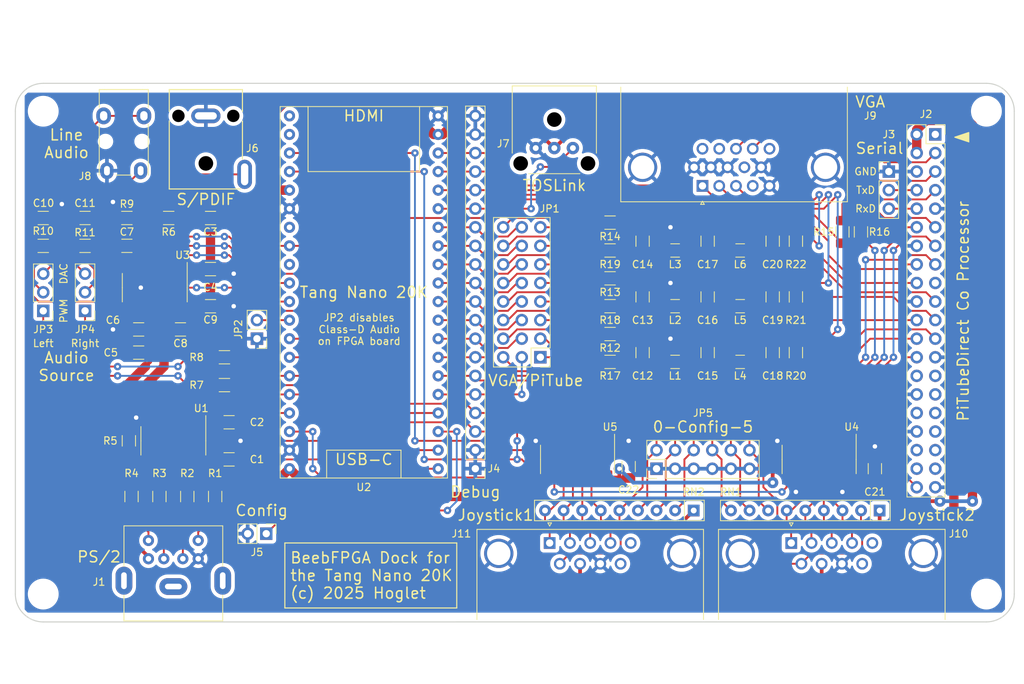
<source format=kicad_pcb>
(kicad_pcb (version 20211014) (generator pcbnew)
  (layers (0 "F.Cu" signal) (31 "B.Cu" signal) (34 "B.Paste" user) (35 "F.Paste" user) (36 "B.SilkS" user "B.Silkscreen") (37 "F.SilkS" user "F.Silkscreen") (38 "B.Mask" user) (39 "F.Mask" user) (44 "Edge.Cuts" user))
  (net 0 "")
  (net 1 "GND")
  (net 2 "+5V")
  (net 3 "+3.3V")
  (net 4 "Net-(C7-Pad1)")
  (net 5 "Net-(C8-Pad1)")
  (net 6 "Net-(C8-Pad2)")
  (net 7 "Net-(C9-Pad2)")
  (net 8 "/LEFT")
  (net 9 "Net-(J1-Pad1)")
  (net 10 "Net-(J1-Pad2)")
  (net 11 "Net-(J1-Pad5)")
  (net 12 "Net-(J1-Pad6)")
  (net 13 "/KBD_CONFIG_MODIFIER")
  (net 14 "/VGA_R")
  (net 15 "/VGA_G")
  (net 16 "/VGA_B")
  (net 17 "Net-(C3-Pad2)")
  (net 18 "Net-(C12-Pad1)")
  (net 19 "Net-(C13-Pad1)")
  (net 20 "Net-(C14-Pad1)")
  (net 21 "/VGA_HS")
  (net 22 "/VGA_VS")
  (net 23 "Net-(C15-Pad1)")
  (net 24 "Net-(C16-Pad1)")
  (net 25 "Net-(C17-Pad1)")
  (net 26 "Net-(C18-Pad1)")
  (net 27 "Net-(C19-Pad1)")
  (net 28 "Net-(C20-Pad1)")
  (net 29 "/LED1")
  (net 30 "/RIGHT")
  (net 31 "/LED2")
  (net 32 "/PWM_R")
  (net 33 "/SerialTx")
  (net 34 "/SerialRx")
  (net 35 "/LED4")
  (net 36 "/LED3")
  (net 37 "/LED0")
  (net 38 "/VGA_B_n")
  (net 39 "/VGA_R_n")
  (net 40 "/VGA_G_n")
  (net 41 "/PWM_L")
  (net 42 "/SPDIF")
  (net 43 "/RC_AUDIO_L")
  (net 44 "/DATA6")
  (net 45 "/RC_AUDIO_R")
  (net 46 "Net-(JP3-Pad3)")
  (net 47 "/MSE_DATA")
  (net 48 "/MSE_CLK")
  (net 49 "/KBD_CLK")
  (net 50 "/KBD_DATA")
  (net 51 "/LED5")
  (net 52 "/LV_MSE_DATA")
  (net 53 "/LV_MSE_CLK")
  (net 54 "/LV_KBD_CLK")
  (net 55 "/LV_KBD_DATA")
  (net 60 "/I2S_LRCLK")
  (net 61 "/I2S_SDIN")
  (net 62 "/I2S_SCLK")
  (net 63 "/I2S_MCLK")
  (net 64 "/DATA4")
  (net 65 "/Joysticks/JS2_Up")
  (net 66 "/Joysticks/JS2_Down")
  (net 67 "/Joysticks/JS2_Left")
  (net 68 "/Joysticks/JS2_Right")
  (net 69 "/Joysticks/JS2_Fire")
  (net 70 "/Joysticks/JS1_Up")
  (net 71 "/Joysticks/JS1_Down")
  (net 72 "/Joysticks/JS1_Left")
  (net 73 "/Joysticks/JS1_Right")
  (net 74 "/Joysticks/JS1_Fire")
  (net 75 "/Joysticks/Cfg0")
  (net 76 "/Joysticks/Cfg1")
  (net 77 "/Joysticks/Cfg2")
  (net 78 "/Joysticks/Cfg3")
  (net 79 "/Joysticks/Cfg4")
  (net 80 "/Joysticks/Cfg5")
  (net 81 "Net-(R5-Pad2)")
  (net 82 "Net-(R10-Pad2)")
  (net 83 "Net-(R11-Pad2)")
  (net 86 "/JS_Clk")
  (net 87 "/JS_Load_n")
  (net 88 "/JS_Data")
  (net 90 "Net-(U4-Pad9)")
  (net 104 "/DATA5")
  (net 105 "Net-(J9-Pad1)")
  (net 106 "Net-(J9-Pad2)")
  (net 107 "Net-(J9-Pad3)")
  (net 113 "Net-(J9-Pad13)")
  (net 116 "Net-(J9-Pad14)")
  (net 117 "Net-(J6-Pad1)")
  (net 118 "/DATA2")
  (net 119 "/DATA1")
  (net 120 "/DATA7")
  (net 121 "/DATA3")
  (net 122 "/DATA0")
  (net 123 "Net-(JP2-Pad2)")
  (net 124 "Net-(JP4-Pad3)")
  (net 125 "/VGA/VGA_R")
  (net 126 "/VGA/VGA_R_n")
  (net 127 "/VGA/VGA_G")
  (net 128 "/VGA/VGA_G_n")
  (net 129 "/VGA/VGA_B")
  (net 130 "/VGA/VGA_B_n")
  (net 133 "/VGA/VGA_VS")
  (net 134 "/VGA/VGA_HS")
  (footprint "Capacitor_SMD:C_1206_3216Metric_Pad1.33x1.80mm_HandSolder" (layer "F.Cu") (at 158.75 86.355 90)
    (fp_text reference "C12")
    (fp_text value "47p")
  )
  (footprint "Package_SO:SOIC-14_3.9x8.7mm_P1.27mm" (layer "F.Cu") (at 92.075 77.47 -90)
    (fp_text reference "U3")
    (fp_text value "CS4354")
  )
  (footprint "Capacitor_SMD:C_1206_3216Metric_Pad1.33x1.80mm_HandSolder" (layer "F.Cu") (at 167.64 78.735 90)
    (fp_text reference "C16")
    (fp_text value "120p")
  )
  (footprint "Inductor_SMD:L_1206_3216Metric_Pad1.42x1.75mm_HandSolder" (layer "F.Cu") (at 163.195 72.385)
    (fp_text reference "L3")
    (fp_text value "3u3")
  )
  (footprint "Capacitor_SMD:C_1206_3216Metric_Pad1.33x1.80mm_HandSolder" (layer "F.Cu") (at 89.8775 86.355 180)
    (fp_text reference "C5")
    (fp_text value "2u2")
  )
  (footprint "Resistor_SMD:R_1206_3216Metric_Pad1.30x1.75mm_HandSolder" (layer "F.Cu") (at 76.835 71.755 180)
    (fp_text reference "R10")
    (fp_text value "470")
  )
  (footprint "Resistor_SMD:R_1206_3216Metric_Pad1.30x1.75mm_HandSolder" (layer "F.Cu") (at 92.71 106.04 90)
    (fp_text reference "R3")
    (fp_text value "390")
  )
  (footprint "Capacitor_SMD:C_1206_3216Metric_Pad1.33x1.80mm_HandSolder" (layer "F.Cu") (at 167.64 71.115 90)
    (fp_text reference "C17")
    (fp_text value "120p")
  )
  (footprint "Resistor_SMD:R_1206_3216Metric_Pad1.30x1.75mm_HandSolder" (layer "F.Cu") (at 154.305 76.195)
    (fp_text reference "R13")
    (fp_text value "330")
  )
  (footprint "Resistor_SMD:R_1206_3216Metric_Pad1.30x1.75mm_HandSolder" (layer "F.Cu") (at 96.52 106.04 90)
    (fp_text reference "R2")
    (fp_text value "390")
  )
  (footprint "Capacitor_SMD:C_1206_3216Metric_Pad1.33x1.80mm_HandSolder" (layer "F.Cu") (at 102.235 100.96 180)
    (fp_text reference "C1")
    (fp_text value "100n")
  )
  (footprint "Inductor_SMD:L_1206_3216Metric_Pad1.42x1.75mm_HandSolder" (layer "F.Cu") (at 163.195 80.005)
    (fp_text reference "L2")
    (fp_text value "3u3")
  )
  (footprint "Resistor_SMD:R_1206_3216Metric_Pad1.30x1.75mm_HandSolder" (layer "F.Cu") (at 179.705 78.735 90)
    (fp_text reference "R21")
    (fp_text value "100")
  )
  (footprint "Connector_PinHeader_2.54mm:PinHeader_1x03_P2.54mm_Vertical" (layer "F.Cu") (at 82.55 80.64 180)
    (fp_text reference "JP4")
    (fp_text value "Jumper_3_Open")
  )
  (footprint "Connector_Dsub:DSUB-9_Male_Horizontal_P2.77x2.84mm_EdgePinOffset7.70mm_Housed_MountingHolesOffset9.12mm" (layer "F.Cu") (at 179.07 112.395)
    (fp_text reference "J10")
    (fp_text value "DB9_Male_MountingHoles")
  )
  (footprint "Capacitor_SMD:C_1206_3216Metric_Pad1.33x1.80mm_HandSolder" (layer "F.Cu") (at 102.235 95.88 180)
    (fp_text reference "C2")
    (fp_text value "100n")
  )
  (footprint "Capacitor_SMD:C_1206_3216Metric_Pad1.33x1.80mm_HandSolder" (layer "F.Cu") (at 89.8775 83.185)
    (fp_text reference "C6")
    (fp_text value "100n")
  )
  (footprint "Package_SO:SOIC-16_3.9x9.9mm_P1.27mm" (layer "F.Cu") (at 149.86 100.965 -90)
    (fp_text reference "U5")
    (fp_text value "74LV165A")
  )
  (footprint "Package_SO:SOIC-14_3.9x8.7mm_P1.27mm" (layer "F.Cu") (at 94.615 98.42 -90)
    (fp_text reference "U1")
    (fp_text value "TXS0104E")
  )
  (footprint "Capacitor_SMD:C_1206_3216Metric_Pad1.33x1.80mm_HandSolder" (layer "F.Cu") (at 88.265 71.75)
    (fp_text reference "C7")
    (fp_text value "2u2")
  )
  (footprint "Resistor_SMD:R_1206_3216Metric_Pad1.30x1.75mm_HandSolder" (layer "F.Cu") (at 179.705 86.355 90)
    (fp_text reference "R20")
    (fp_text value "100")
  )
  (footprint "Resistor_SMD:R_1206_3216Metric_Pad1.30x1.75mm_HandSolder" (layer "F.Cu") (at 154.305 80.005)
    (fp_text reference "R18")
    (fp_text value "180")
  )
  (footprint "Inductor_SMD:L_1206_3216Metric_Pad1.42x1.75mm_HandSolder" (layer "F.Cu") (at 172.085 72.385)
    (fp_text reference "L6")
    (fp_text value "3u3")
  )
  (footprint "TangNano20k:FCR684205T" (layer "F.Cu") (at 146.685 58.38 180)
    (fp_text reference "J7")
    (fp_text value "FCR684205T")
  )
  (footprint "Capacitor_SMD:C_1206_3216Metric_Pad1.33x1.80mm_HandSolder" (layer "F.Cu") (at 176.53 78.735 90)
    (fp_text reference "C19")
    (fp_text value "47p")
  )
  (footprint "Capacitor_SMD:C_1206_3216Metric_Pad1.33x1.80mm_HandSolder" (layer "F.Cu") (at 82.55 67.94)
    (fp_text reference "C11")
    (fp_text value "4n7")
  )
  (footprint "MountingHole:MountingHole_3.2mm_M3" (layer "F.Cu") (at 205.74 119.38 180)
    (fp_text reference "H1" hide)
    (fp_text value "MountingHole")
  )
  (footprint "Capacitor_SMD:C_1206_3216Metric_Pad1.33x1.80mm_HandSolder" (layer "F.Cu") (at 99.695 67.945 180)
    (fp_text reference "C3")
    (fp_text value "100n")
  )
  (footprint "Connector_PinSocket_2.54mm:PinSocket_2x20_P2.54mm_Vertical" (layer "F.Cu") (at 198.755 56.51)
    (fp_text reference "J2")
    (fp_text value "2x20 Pin Female")
  )
  (footprint "Resistor_SMD:R_1206_3216Metric_Pad1.30x1.75mm_HandSolder" (layer "F.Cu") (at 154.305 83.815)
    (fp_text reference "R12")
    (fp_text value "330")
  )
  (footprint "Capacitor_SMD:C_1206_3216Metric_Pad1.33x1.80mm_HandSolder" (layer "F.Cu") (at 95.5925 83.185)
    (fp_text reference "C8")
    (fp_text value "2u2")
  )
  (footprint "Resistor_SMD:R_1206_3216Metric_Pad1.30x1.75mm_HandSolder" (layer "F.Cu") (at 93.98 67.94 180)
    (fp_text reference "R6")
    (fp_text value "240")
  )
  (footprint "Resistor_SMD:R_1206_3216Metric_Pad1.30x1.75mm_HandSolder" (layer "F.Cu") (at 88.265 67.94)
    (fp_text reference "R9")
    (fp_text value "110")
  )
  (footprint "Connector_Dsub:DSUB-9_Male_Horizontal_P2.77x2.84mm_EdgePinOffset7.70mm_Housed_MountingHolesOffset9.12mm" (layer "F.Cu") (at 146.05 112.395)
    (fp_text reference "J11")
    (fp_text value "DB9_Male_MountingHoles")
  )
  (footprint "TangNano20k:Jack_3.5mm_Lumberg_1503_07_Horizontal" (layer "F.Cu") (at 85.09 53.975)
    (fp_text reference "J8")
    (fp_text value "AudioJack3")
  )
  (footprint "Capacitor_SMD:C_1206_3216Metric_Pad1.33x1.80mm_HandSolder" (layer "F.Cu") (at 99.695 80.01 180)
    (fp_text reference "C9")
    (fp_text value "2u2")
  )
  (footprint "Inductor_SMD:L_1206_3216Metric_Pad1.42x1.75mm_HandSolder" (layer "F.Cu") (at 172.085 87.625)
    (fp_text reference "L4")
    (fp_text value "3u3")
  )
  (footprint "Connector_PinHeader_2.54mm:PinHeader_1x02_P2.54mm_Vertical" (layer "F.Cu") (at 106.045 84.45 180)
    (fp_text reference "JP2")
    (fp_text value "Jumper_2_Open")
  )
  (footprint "Resistor_SMD:R_1206_3216Metric_Pad1.30x1.75mm_HandSolder" (layer "F.Cu") (at 82.55 71.755)
    (fp_text reference "R11")
    (fp_text value "470")
  )
  (footprint "Connector_PinHeader_2.54mm:PinHeader_1x03_P2.54mm_Vertical" (layer "F.Cu") (at 192.405 61.59)
    (fp_text reference "J3")
    (fp_text value "Conn_01x03_Male")
  )
  (footprint "Capacitor_SMD:C_1206_3216Metric_Pad1.33x1.80mm_HandSolder" (layer "F.Cu") (at 176.53 71.115 90)
    (fp_text reference "C20")
    (fp_text value "47p")
  )
  (footprint "Capacitor_SMD:C_1206_3216Metric_Pad1.33x1.80mm_HandSolder" (layer "F.Cu") (at 190.5 102.23 90)
    (fp_text reference "C21")
    (fp_text value "100n")
  )
  (footprint "Resistor_SMD:R_1206_3216Metric_Pad1.30x1.75mm_HandSolder" (layer "F.Cu") (at 101.6 90.8)
    (fp_text reference "R7")
    (fp_text value "3K3")
  )
  (footprint "Resistor_THT:R_Array_SIP9" (layer "F.Cu") (at 165.735 107.95 180)
    (fp_text reference "RN2")
    (fp_text value "4K7")
  )
  (footprint "Resistor_SMD:R_1206_3216Metric_Pad1.30x1.75mm_HandSolder" (layer "F.Cu") (at 154.305 72.385)
    (fp_text reference "R19")
    (fp_text value "180")
  )
  (footprint "Connector_PinHeader_2.54mm:PinHeader_1x02_P2.54mm_Vertical" (layer "F.Cu") (at 107.315 111.12 -90)
    (fp_text reference "J5")
    (fp_text value "Conn_01x02")
  )
  (footprint "Connector_PinHeader_2.54mm:PinHeader_2x06_P2.54mm_Vertical" (layer "F.Cu") (at 160.655 102.235 90)
    (fp_text reference "JP5")
    (fp_text value "Conn_02x06_Odd_Even")
  )
  (footprint "Resistor_SMD:R_1206_3216Metric_Pad1.30x1.75mm_HandSolder" (layer "F.Cu") (at 100.33 106.04 90)
    (fp_text reference "R1")
    (fp_text value "390")
  )
  (footprint "Package_SO:SOIC-16_3.9x9.9mm_P1.27mm" (layer "F.Cu") (at 182.88 100.965 -90)
    (fp_text reference "U4")
    (fp_text value "74LV165A")
  )
  (footprint "MountingHole:MountingHole_3.2mm_M3" (layer "F.Cu") (at 76.835 53.34 180)
    (fp_text reference "H4" hide)
    (fp_text value "MountingHole")
  )
  (footprint "Inductor_SMD:L_1206_3216Metric_Pad1.42x1.75mm_HandSolder" (layer "F.Cu") (at 163.195 87.625)
    (fp_text reference "L1")
    (fp_text value "3u3")
  )
  (footprint "Capacitor_SMD:C_1206_3216Metric_Pad1.33x1.80mm_HandSolder" (layer "F.Cu") (at 76.835 67.94 180)
    (fp_text reference "C10")
    (fp_text value "4n7")
  )
  (footprint "TangNano20k:TangNano20k" (layer "F.Cu") (at 130.81 102.235 180)
    (fp_text reference "U2")
    (fp_text value "TangNano20K")
  )
  (footprint "TangNano20k:DSUB-15-HD_Female_Horizontal_P2.29x1.98mm_EdgePinOffset8.35mm_Housed_MountingHolesOffset10.89mm" (layer "F.Cu") (at 166.935 63.55 180)
    (fp_text reference "J9")
    (fp_text value "DB15_Female_HighDensity_MountingHoles")
  )
  (footprint "Resistor_SMD:R_1206_3216Metric_Pad1.30x1.75mm_HandSolder" (layer "F.Cu") (at 188.595 69.845 90)
    (fp_text reference "R16")
    (fp_text value "100")
  )
  (footprint "Connector_PinHeader_2.54mm:PinHeader_1x03_P2.54mm_Vertical" (layer "F.Cu") (at 76.835 80.645 180)
    (fp_text reference "JP3")
    (fp_text value "Jumper_3_Open")
  )
  (footprint "Capacitor_SMD:C_1206_3216Metric_Pad1.33x1.80mm_HandSolder" (layer "F.Cu") (at 158.75 78.735 90)
    (fp_text reference "C13")
    (fp_text value "47p")
  )
  (footprint "Capacitor_SMD:C_1206_3216Metric_Pad1.33x1.80mm_HandSolder" (layer "F.Cu") (at 99.695 74.93 180)
    (fp_text reference "C4")
    (fp_text value "100n")
  )
  (footprint "TangNano20k:phono" (layer "F.Cu") (at 99.06 53.975)
    (fp_text reference "J6")
    (fp_text value "RCA")
  )
  (footprint "MountingHole:MountingHole_3.2mm_M3" (layer "F.Cu") (at 76.835 119.38 180)
    (fp_text reference "H2" hide)
    (fp_text value "MountingHole")
  )
  (footprint "Capacitor_SMD:C_1206_3216Metric_Pad1.33x1.80mm_HandSolder" (layer "F.Cu") (at 158.75 71.115 90)
    (fp_text reference "C14")
    (fp_text value "47p")
  )
  (footprint "Capacitor_SMD:C_1206_3216Metric_Pad1.33x1.80mm_HandSolder" (layer "F.Cu") (at 167.64 86.355 90)
    (fp_text reference "C15")
    (fp_text value "120p")
  )
  (footprint "Resistor_SMD:R_1206_3216Metric_Pad1.30x1.75mm_HandSolder" (layer "F.Cu") (at 88.9 106.04 90)
    (fp_text reference "R4")
    (fp_text value "390")
  )
  (footprint "Resistor_THT:R_Array_SIP9" (layer "F.Cu") (at 191.15 107.95 180)
    (fp_text reference "RN1")
    (fp_text value "4K7")
  )
  (footprint "Resistor_SMD:R_1206_3216Metric_Pad1.30x1.75mm_HandSolder" (layer "F.Cu") (at 154.305 68.575)
    (fp_text reference "R14")
    (fp_text value "330")
  )
  (footprint "TangNano20k:PinHeader_3x08_P2.54mm_Vertical" (layer "F.Cu") (at 144.78 86.99 180)
    (fp_text reference "JP1")
    (fp_text value "Jumper_03x08")
  )
  (footprint "Resistor_SMD:R_1206_3216Metric_Pad1.30x1.75mm_HandSolder" (layer "F.Cu") (at 154.305 87.625)
    (fp_text reference "R17")
    (fp_text value "180")
  )
  (footprint "Capacitor_SMD:C_1206_3216Metric_Pad1.33x1.80mm_HandSolder" (layer "F.Cu") (at 176.53 86.355 90)
    (fp_text reference "C18")
    (fp_text value "47p")
  )
  (footprint "TangNano20k:minidin6" (layer "F.Cu") (at 94.615 114.549 180)
    (fp_text reference "J1")
    (fp_text value "Mini-DIN-6")
  )
  (footprint "Resistor_SMD:R_1206_3216Metric_Pad1.30x1.75mm_HandSolder" (layer "F.Cu") (at 88.54 98.42 -90)
    (fp_text reference "R5")
    (fp_text value "10K")
  )
  (footprint "Inductor_SMD:L_1206_3216Metric_Pad1.42x1.75mm_HandSolder" (layer "F.Cu") (at 172.085 80.005)
    (fp_text reference "L5")
    (fp_text value "3u3")
  )
  (footprint "Connector_PinHeader_2.54mm:PinHeader_1x20_P2.54mm_Vertical" (layer "F.Cu") (at 135.89 102.23 180)
    (fp_text reference "J4")
    (fp_text value "Conn_01x20")
  )
  (footprint "Resistor_SMD:R_1206_3216Metric_Pad1.30x1.75mm_HandSolder" (layer "F.Cu") (at 179.705 71.115 90)
    (fp_text reference "R22")
    (fp_text value "100")
  )
  (footprint "Capacitor_SMD:C_1206_3216Metric_Pad1.33x1.80mm_HandSolder" (layer "F.Cu") (at 156.845 101.9375 90)
    (fp_text reference "C22")
    (fp_text value "100n")
  )
  (footprint "Resistor_SMD:R_1206_3216Metric_Pad1.30x1.75mm_HandSolder" (layer "F.Cu") (at 101.6 86.99)
    (fp_text reference "R8")
    (fp_text value "3K3")
  )
  (footprint "Resistor_SMD:R_1206_3216Metric_Pad1.30x1.75mm_HandSolder" (layer "F.Cu") (at 186.055 69.845 90)
    (fp_text reference "R15")
    (fp_text value "100")
  )
  (footprint "MountingHole:MountingHole_3.2mm_M3" (layer "F.Cu") (at 205.74 53.34 180)
    (fp_text reference "H3" hide)
    (fp_text value "MountingHole")
  )
  (gr_line (start 133.35 112.39) (end 109.855 112.39) (layer "F.SilkS") (width 0.15))
  (gr_poly (pts (xy 201.422 56.891) (xy 203.327 56.256) (xy 203.327 57.526)) (layer "F.SilkS") (width 0.15) (fill solid))
  (gr_line (start 109.855 112.39) (end 109.855 121.28) (layer "F.SilkS") (width 0.15))
  (gr_line (start 109.855 121.28) (end 133.35 121.28) (layer "F.SilkS") (width 0.15))
  (gr_line (start 133.35 121.28) (end 133.35 112.39) (layer "F.SilkS") (width 0.15))
  (gr_arc (start 73.025 53.335) (mid 74.140923 50.640923) (end 76.835 49.525) (layer "Edge.Cuts") (width 0.15))
  (gr_line (start 76.835 49.525) (end 205.74 49.525) (layer "Edge.Cuts") (width 0.15))
  (gr_line (start 205.74 123.185) (end 76.835 123.19) (layer "Edge.Cuts") (width 0.15))
  (gr_arc (start 209.55 119.375) (mid 208.434077 122.069077) (end 205.74 123.185) (layer "Edge.Cuts") (width 0.15))
  (gr_line (start 73.025 53.335) (end 73.025 119.375) (layer "Edge.Cuts") (width 0.15))
  (gr_arc (start 205.74 49.525) (mid 208.434077 50.640923) (end 209.55 53.335) (layer "Edge.Cuts") (width 0.15))
  (gr_line (start 209.55 119.375) (end 209.55 53.335) (layer "Edge.Cuts") (width 0.15))
  (gr_arc (start 76.835 123.19) (mid 74.14062 122.070845) (end 73.025 119.375) (layer "Edge.Cuts") (width 0.15))
  (gr_text "Audio\nSource" (at 80.01 88.26) (layer "F.SilkS") (effects (font (size 1.5 1.5) (thickness 0.2))))
  (gr_text "Config" (at 106.68 107.945) (layer "F.SilkS") (effects (font (size 1.5 1.5) (thickness 0.2))))
  (gr_text "Debug" (at 135.89 105.405) (layer "F.SilkS") (effects (font (size 1.5 1.5) (thickness 0.2))))
  (gr_text "PiTubeDirect Co Processor" (at 202.565 95.88 90) (layer "F.SilkS") (effects (font (size 1.5 1.5) (thickness 0.2)) (justify left)))
  (gr_text "DAC" (at 79.629 75.56 90) (layer "F.SilkS") (effects (font (size 1 1))))
  (gr_text "GND" (at 189.23 61.59) (layer "F.SilkS") (effects (font (size 1 1))))
  (gr_text "Serial" (at 191.135 58.415) (layer "F.SilkS") (effects (font (size 1.5 1.5) (thickness 0.2))))
  (gr_text "Joystick2" (at 193.675 108.58) (layer "F.SilkS") (effects (font (size 1.5 1.5) (thickness 0.2)) (justify left)))
  (gr_text "Right" (at 82.55 85.085) (layer "F.SilkS") (effects (font (size 1 1))))
  (gr_text "VGA/PiTube" (at 144.145 90.165) (layer "F.SilkS") (effects (font (size 1.5 1.5) (thickness 0.2))))
  (gr_text "0-Config-5" (at 167.005 96.515) (layer "F.SilkS") (effects (font (size 1.5 1.5) (thickness 0.2))))
  (gr_text "TxD" (at 189.23 64.13) (layer "F.SilkS") (effects (font (size 1 1))))
  (gr_text "S/PDIF" (at 99.06 65.4) (layer "F.SilkS") (effects (font (size 1.5 1.5) (thickness 0.2))))
  (gr_text "BeebFPGA Dock for\nthe Tang Nano 20K\n(c) 2025 Hoglet" (at 110.49 116.835) (layer "F.SilkS") (effects (font (size 1.5 1.5) (thickness 0.2)) (justify left)))
  (gr_text "Left" (at 76.835 85.085) (layer "F.SilkS") (effects (font (size 1 1))))
  (gr_text "RxD" (at 189.23 66.67) (layer "F.SilkS") (effects (font (size 1 1))))
  (gr_text "Joystick1" (at 133.35 108.58) (layer "F.SilkS") (effects (font (size 1.5 1.5) (thickness 0.2)) (justify left)))
  (gr_text "JP2 disables\nClass-D Audio\non FPGA board" (at 120.015 83.18) (layer "F.SilkS") (effects (font (size 1 1))))
  (gr_text "TOSLink" (at 146.685 63.495) (layer "F.SilkS") (effects (font (size 1.5 1.5) (thickness 0.2))))
  (gr_text "PS/2" (at 84.455 114.295) (layer "F.SilkS") (effects (font (size 1.5 1.5) (thickness 0.2))))
  (gr_text "Line\nAudio" (at 80.01 57.78) (layer "F.SilkS") (effects (font (size 1.5 1.5) (thickness 0.2))))
  (gr_text "VGA" (at 189.865 52.065) (layer "F.SilkS") (effects (font (size 1.5 1.5) (thickness 0.2))))
  (gr_text "PWM" (at 79.629 80.64 90) (layer "F.SilkS") (effects (font (size 1 1))))
  (segment (start 177.23 98.49) (end 178.435 98.49) (width 0.254) (layer "F.Cu") (net 1))
  (segment (start 144.1775 98.425) (end 145.3825 98.425) (width 0.254) (layer "F.Cu") (net 1))
  (segment (start 90.235 95.945) (end 89.535 95.245) (width 0.254) (layer "F.Cu") (net 1))
  (segment (start 162.9025 69.5525) (end 162.56 69.21) (width 0.508) (layer "F.Cu") (net 1))
  (segment (start 79.375 67.945) (end 79.375 66.04) (width 0.254) (layer "F.Cu") (net 1))
  (segment (start 103.7975 98.42) (end 103.7975 100.96) (width 0.508) (layer "F.Cu") (net 1))
  (segment (start 88.265 86.355) (end 88.265 83.185) (width 0.508) (layer "F.Cu") (net 1))
  (segment (start 88.315 83.185) (end 88.895 83.185) (width 0.254) (layer "F.Cu") (net 1))
  (segment (start 162.2675 77.1725) (end 156.8325 77.1725) (width 0.508) (layer "F.Cu") (net 1))
  (segment (start 89.535 74.995) (end 89.535 76.2) (width 0.254) (layer "F.Cu") (net 1))
  (segment (start 156.8325 77.1725) (end 155.855 76.195) (width 0.508) (layer "F.Cu") (net 1))
  (segment (start 90.17 76.835) (end 90.17 77.47) (width 0.254) (layer "F.Cu") (net 1))
  (segment (start 176.53 77.1725) (end 162.2675 77.1725) (width 0.508) (layer "F.Cu") (net 1))
  (segment (start 101.2575 74.93) (end 102.24 74.93) (width 0.254) (layer "F.Cu") (net 1))
  (segment (start 89.535 76.2) (end 90.17 76.835) (width 0.254) (layer "F.Cu") (net 1))
  (segment (start 196.215 61.59) (end 192.405 61.59) (width 0.254) (layer "F.Cu") (net 1))
  (segment (start 80.9825 67.945) (end 79.375 67.945) (width 0.254) (layer "F.Cu") (net 1))
  (segment (start 101.2575 80.01) (end 102.87 80.01) (width 0.254) (layer "F.Cu") (net 1))
  (segment (start 186.055 103.44) (end 186.055 105.41) (width 0.254) (layer "F.Cu") (net 1))
  (segment (start 162.2175 84.7925) (end 156.8325 84.7925) (width 0.508) (layer "F.Cu") (net 1))
  (segment (start 90.805 79.945) (end 90.805 81.33) (width 0.254) (layer "F.Cu") (net 1))
  (segment (start 162.2675 77.1225) (end 162.56 76.83) (width 0.508) (layer "F.Cu") (net 1))
  (segment (start 156.845 100.325) (end 156.845 98.7125) (width 0.508) (layer "F.Cu") (net 1))
  (segment (start 190.5 100.8025) (end 190.5 99.185) (width 0.508) (layer "F.Cu") (net 1))
  (segment (start 176.53 84.7925) (end 162.2175 84.7925) (width 0.508) (layer "F.Cu") (net 1))
  (segment (start 79.375 67.945) (end 78.4025 67.945) (width 0.254) (layer "F.Cu") (net 1))
  (segment (start 156.8325 69.5525) (end 155.855 68.575) (width 0.508) (layer "F.Cu") (net 1))
  (segment (start 103.7975 98.42) (end 103.7975 95.88) (width 0.508) (layer "F.Cu") (net 1))
  (segment (start 177.165 98.425) (end 177.23 98.49) (width 0.254) (layer "F.Cu") (net 1))
  (segment (start 162.9025 69.5525) (end 156.8325 69.5525) (width 0.508) (layer "F.Cu") (net 1))
  (segment (start 154.305 100.325) (end 156.845 100.325) (width 0.254) (layer "F.Cu") (net 1))
  (segment (start 90.805 95.945) (end 90.235 95.945) (width 0.254) (layer "F.Cu") (net 1))
  (segment (start 156.8325 84.7925) (end 155.855 83.815) (width 0.508) (layer "F.Cu") (net 1))
  (segment (start 102.24 74.93) (end 102.87 75.56) (width 0.254) (layer "F.Cu") (net 1))
  (segment (start 89.535 74.995) (end 89.535 72.0425) (width 0.254) (layer "F.Cu") (net 1))
  (segment (start 86.36 65.75) (end 86.36 67.94) (width 0.254) (layer "F.Cu") (net 1))
  (segment (start 176.53 69.5525) (end 162.9025 69.5525) (width 0.508) (layer "F.Cu") (net 1))
  (segment (start 162.2175 84.7925) (end 162.56 84.45) (width 0.508) (layer "F.Cu") (net 1))
  (segment (start 179.705 103.44) (end 179.705 105.41) (width 0.254) (layer "F.Cu") (net 1))
  (segment (start 162.2675 77.1725) (end 162.2675 77.1225) (width 0.508) (layer "F.Cu") (net 1))
  (segment (start 88.895 83.185) (end 90.805 81.275) (width 0.254) (layer "F.Cu") (net 1))
  (segment (start 153.035 103.44) (end 153.035 101.595) (width 0.254) (layer "F.Cu") (net 1))
  (segment (start 86.365 83.185) (end 88.315 83.185) (width 0.254) (layer "F.Cu") (net 1))
  (segment (start 153.035 101.595) (end 154.305 100.325) (width 0.254) (layer "F.Cu") (net 1))
  (via (at 89.535 95.245) (size 1.524) (drill 0.6096) (layers "F.Cu" "B.Cu") (net 1))
  (via (at 86.36 65.75) (size 1.524) (drill 0.6096) (layers "F.Cu" "B.Cu") (net 1))
  (via (at 162.56 84.45) (size 1.524) (drill 0.6096) (layers "F.Cu" "B.Cu") (net 1))
  (via (at 102.87 75.56) (size 1.524) (drill 0.6096) (layers "F.Cu" "B.Cu") (net 1))
  (via (at 90.17 77.47) (size 1.524) (drill 0.6096) (layers "F.Cu" "B.Cu") (net 1))
  (via (at 103.7975 98.42) (size 1.524) (drill 0.6096) (layers "F.Cu" "B.Cu") (net 1))
  (via (at 179.705 105.41) (size 1.524) (drill 0.6096) (layers "F.Cu" "B.Cu") (net 1))
  (via (at 162.56 69.21) (size 1.524) (drill 0.6096) (layers "F.Cu" "B.Cu") (net 1))
  (via (at 86.365 83.185) (size 1.524) (drill 0.6096) (layers "F.Cu" "B.Cu") (net 1))
  (via (at 186.055 105.41) (size 1.524) (drill 0.6096) (layers "F.Cu" "B.Cu") (net 1))
  (via (at 102.865 80.01) (size 1.524) (drill 0.6096) (layers "F.Cu" "B.Cu") (net 1))
  (via (at 177.165 98.425) (size 1.524) (drill 0.6096) (layers "F.Cu" "B.Cu") (net 1))
  (via (at 144.145 98.425) (size 1.524) (drill 0.6096) (layers "F.Cu" "B.Cu") (net 1))
  (via (at 79.375 66.04) (size 1.524) (drill 0.6096) (layers "F.Cu" "B.Cu") (net 1))
  (via (at 162.56 76.83) (size 1.524) (drill 0.6096) (layers "F.Cu" "B.Cu") (net 1))
  (via (at 190.5 99.185) (size 1.524) (drill 0.6096) (layers "F.Cu" "B.Cu") (net 1))
  (via (at 156.845 98.42) (size 1.524) (drill 0.6096) (layers "F.Cu" "B.Cu") (net 1))
  (segment (start 90.805 88.265) (end 87.63 91.44) (width 1.27) (layer "F.Cu") (net 2))
  (segment (start 160.655 117.475) (end 183.515 117.475) (width 1.27) (layer "F.Cu") (net 2))
  (segment (start 183.225 115.235) (end 183.225 117.185) (width 0.508) (layer "F.Cu") (net 2))
  (segment (start 110.49 102.235) (end 114.295 106.04) (width 1.27) (layer "F.Cu") (net 2))
  (segment (start 143.51 115.57) (end 145.415 117.475) (width 1.27) (layer "F.Cu") (net 2))
  (segment (start 106.685 106.04) (end 102.235 106.04) (width 1.27) (layer "F.Cu") (net 2))
  (segment (start 91.44 87.625) (end 91.44 83.185) (width 0.508) (layer "F.Cu") (net 2))
  (segment (start 201.295 114.935) (end 201.295 55.24) (width 1.27) (layer "F.Cu") (net 2))
  (segment (start 90.805 88.26) (end 91.44 87.625) (width 0.508) (layer "F.Cu") (net 2))
  (segment (start 84.455 103.5) (end 86.995 106.04) (width 1.27) (layer "F.Cu") (net 2))
  (segment (start 160.655 113.03) (end 160.655 117.475) (width 0.508) (layer "F.Cu") (net 2))
  (segment (start 198.755 117.475) (end 201.295 114.935) (width 1.27) (layer "F.Cu") (net 2))
  (segment (start 191.15 110.505) (end 191.15 107.95) (width 0.508) (layer "F.Cu") (net 2))
  (segment (start 87.63 91.435) (end 84.455 94.61) (width 1.27) (layer "F.Cu") (net 2))
  (segment (start 106.685 106.04) (end 110.49 102.235) (width 1.27) (layer "F.Cu") (net 2))
  (segment (start 150.205 115.235) (end 150.205 117.185) (width 0.508) (layer "F.Cu") (net 2))
  (segment (start 84.455 94.61) (end 84.455 103.5) (width 1.27) (layer "F.Cu") (net 2))
  (segment (start 86.995 106.04) (end 102.235 106.04) (width 1.27) (layer "F.Cu") (net 2))
  (segment (start 191.77 111.125) (end 191.15 110.505) (width 0.508) (layer "F.Cu") (net 2))
  (segment (start 197.485 54.605) (end 196.215 55.875) (width 1.27) (layer "F.Cu") (net 2))
  (segment (start 91.44 81.91) (end 92.075 81.275) (width 0.254) (layer "F.Cu") (net 2))
  (segment (start 114.295 106.04) (end 136.8375 106.04) (width 1.27) (layer "F.Cu") (net 2))
  (segment (start 90.805 88.26) (end 90.805 88.265) (width 1.27) (layer "F.Cu") (net 2))
  (segment (start 196.215 55.875) (end 196.215 56.51) (width 1.27) (layer "F.Cu") (net 2))
  (segment (start 200.66 54.605) (end 197.485 54.605) (width 1.27) (layer "F.Cu") (net 2))
  (segment (start 102.235 102.5225) (end 100.6725 100.96) (width 0.508) (layer "F.Cu") (net 2))
  (segment (start 183.515 117.475) (end 198.755 117.475) (width 1.27) (layer "F.Cu") (net 2))
  (segment (start 91.44 83.185) (end 91.44 81.91) (width 0.254) (layer "F.Cu") (net 2))
  (segment (start 165.735 107.95) (end 160.655 113.03) (width 0.508) (layer "F.Cu") (net 2))
  (segment (start 91.215 114.295) (end 86.995 110.075) (width 0.508) (layer "F.Cu") (net 2))
  (segment (start 143.51 112.7125) (end 143.51 115.57) (width 1.27) (layer "F.Cu") (net 2))
  (segment (start 136.8375 106.04) (end 143.51 112.7125) (width 1.27) (layer "F.Cu") (net 2))
  (segment (start 102.235 106.04) (end 102.235 102.5225) (width 0.508) (layer "F.Cu") (net 2))
  (segment (start 183.225 117.185) (end 183.515 117.475) (width 0.508) (layer "F.Cu") (net 2))
  (segment (start 86.995 110.075) (end 86.995 105.405) (width 0.508) (layer "F.Cu") (net 2))
  (segment (start 100.6725 100.96) (end 98.49 100.96) (width 0.508) (layer "F.Cu") (net 2))
  (segment (start 201.295 55.24) (end 200.66 54.605) (width 1.27) (layer "F.Cu") (net 2))
  (segment (start 196.215 59.05) (end 196.215 56.51) (width 1.27) (layer "F.Cu") (net 2))
  (segment (start 145.415 117.475) (end 150.495 117.475) (width 1.27) (layer "F.Cu") (net 2))
  (segment (start 150.495 117.475) (end 160.655 117.475) (width 1.27) (layer "F.Cu") (net 2))
  (segment (start 150.205 117.185) (end 150.495 117.475) (width 0.508) (layer "F.Cu") (net 2))
  (segment (start 191.77 117.475) (end 191.77 111.125) (width 0.508) (layer "F.Cu") (net 2))
  (segment (start 98.49 100.96) (end 98.425 100.895) (width 0.508) (layer "F.Cu") (net 2))
  (segment (start 92.075 81.275) (end 92.075 79.945) (width 0.254) (layer "F.Cu") (net 2))
  (segment (start 100.6725 97.4425) (end 100.33 97.785) (width 0.508) (layer "F.Cu") (net 3))
  (segment (start 108.585 63.5) (end 107.95 64.135) (width 1.27) (layer "F.Cu") (net 3))
  (segment (start 98.49 95.88) (end 98.425 95.945) (width 0.508) (layer "F.Cu") (net 3))
  (segment (start 188.535 103.44) (end 188.8875 103.7925) (width 0.508) (layer "F.Cu") (net 3))
  (segment (start 100.6725 95.88) (end 98.49 95.88) (width 0.508) (layer "F.Cu") (net 3))
  (segment (start 128.27 54.61) (end 128.27 52.07) (width 1.27) (layer "F.Cu") (net 3))
  (segment (start 100.335 66.04) (end 100.33 66.035) (width 1.27) (layer "F.Cu") (net 3))
  (segment (start 147.315 52.07) (end 144.145 52.07) (width 1.27) (layer "F.Cu") (net 3))
  (segment (start 188.8875 103.7925) (end 190.5 103.7925) (width 0.508) (layer "F.Cu") (net 3))
  (segment (start 109.855 52.07) (end 107.95 53.975) (width 1.27) (layer "F.Cu") (net 3))
  (segment (start 133.35 54.61) (end 133.35 52.07) (width 1.27) (layer "F.Cu") (net 3))
  (segment (start 186.69 101.595) (end 187.325 102.23) (width 0.508) (layer "F.Cu") (net 3))
  (segment (start 93.345 88.26) (end 93.345 86.99) (width 1.27) (layer "F.Cu") (net 3))
  (segment (start 203.835 55.24) (end 203.835 106.675) (width 1.27) (layer "F.Cu") (net 3))
  (segment (start 107.95 62.865) (end 108.585 63.5) (width 1.27) (layer "F.Cu") (net 3))
  (segment (start 107.95 62.865) (end 106.68 64.135) (width 1.27) (layer "F.Cu") (net 3))
  (segment (start 155.575 103.38) (end 155.515 103.44) (width 0.508) (layer "F.Cu") (net 3))
  (segment (start 131.445 56.515) (end 133.35 54.61) (width 1.27) (layer "F.Cu") (net 3))
  (segment (start 107.95 64.135) (end 106.68 64.135) (width 1.27) (layer "F.Cu") (net 3))
  (segment (start 98.1325 74.93) (end 95.95 74.93) (width 0.508) (layer "F.Cu") (net 3))
  (segment (start 88.54 98.145) (end 88.265 98.42) (width 0.508) (layer "F.Cu") (net 3))
  (segment (start 149.225 55.88) (end 146.725 58.38) (width 0.508) (layer "F.Cu") (net 3))
  (segment (start 149.225 52.07) (end 149.225 55.88) (width 0.508) (layer "F.Cu") (net 3))
  (segment (start 200.665 52.07) (end 203.835 55.24) (width 1.27) (layer "F.Cu") (net 3))
  (segment (start 100.33 97.785) (end 99.695 98.42) (width 1.27) (layer "F.Cu") (net 3))
  (segment (start 149.225 52.07) (end 147.315 52.07) (width 1.27) (layer "F.Cu") (net 3))
  (segment (start 144.145 55.88) (end 146.645 58.38) (width 0.508) (layer "F.Cu") (net 3))
  (segment (start 194.31 106.675) (end 199.39 106.675) (width 0.508) (layer "F.Cu") (net 3))
  (segment (start 147.315 52.07) (end 200.665 52.07) (width 1.27) (layer "F.Cu") (net 3))
  (segment (start 130.81 56.515) (end 131.445 56.515) (width 1.27) (layer "F.Cu") (net 3))
  (segment (start 100.33 66.04) (end 99.695 66.675) (width 1.27) (layer "F.Cu") (net 3))
  (segment (start 110.49 64.135) (end 107.95 64.135) (width 1.27) (layer "F.Cu") (net 3))
  (segment (start 107.95 53.975) (end 107.95 62.865) (width 1.27) (layer "F.Cu") (net 3))
  (segment (start 99.695 66.675) (end 99.695 74.295) (width 1.27) (layer "F.Cu") (net 3))
  (segment (start 155.515 103.44) (end 156.785 103.44) (width 0.508) (layer "F.Cu") (net 3))
  (segment (start 98.1325 74.93) (end 99.695 74.93) (width 0.508) (layer "F.Cu") (net 3))
  (segment (start 97.79 85.72) (end 98.425 85.085) (width 1.27) (layer "F.Cu") (net 3))
  (segment (start 86.36 95.245) (end 93.345 88.26) (width 1.27) (layer "F.Cu") (net 3))
  (segment (start 109.22 64.135) (end 110.49 64.135) (width 1.27) (layer "F.Cu") (net 3))
  (segment (start 99.695 98.42) (end 88.265 98.42) (width 1.27) (layer "F.Cu") (net 3))
  (segment (start 93.345 86.99) (end 94.615 85.72) (width 1.27) (layer "F.Cu") (net 3))
  (segment (start 100.6725 95.88) (end 100.6725 97.4425) (width 0.508) (layer "F.Cu") (net 3))
  (segment (start 95.95 74.93) (end 95.885 74.995) (width 0.508) (layer "F.Cu") (net 3))
  (segment (start 154.305 103.44) (end 155.515 103.44) (width 0.508) (layer "F.Cu") (net 3))
  (segment (start 130.175 56.515) (end 128.27 54.61) (width 1.27) (layer "F.Cu") (net 3))
  (segment (start 88.265 98.42) (end 86.995 98.42) (width 1.27) (layer "F.Cu") (net 3))
  (segment (start 98.425 85.09) (end 99.695 83.82) (width 1.27) (layer "F.Cu") (net 3))
  (segment (start 130.81 56.515) (end 130.175 56.515) (width 1.27) (layer "F.Cu") (net 3))
  (segment (start 176.53 102.865) (end 177.8 101.595) (width 0.508) (layer "F.Cu") (net 3))
  (segment (start 187.325 103.44) (end 188.535 103.44) (width 0.508) (layer "F.Cu") (net 3))
  (segment (start 190.5 103.7925) (end 191.4275 103.7925) (width 0.508) (layer "F.Cu") (net 3))
  (segment (start 176.53 104.135) (end 176.53 102.865) (width 0.508) (layer "F.Cu") (net 3))
  (segment (start 155.575 102.23) (end 155.575 103.38) (width 0.508) (layer "F.Cu") (net 3))
  (segment (start 187.325 102.23) (end 187.325 103.44) (width 0.508) (layer "F.Cu") (net 3))
  (segment (start 106.68 64.135) (end 104.775 66.04) (width 1.27) (layer "F.Cu") (net 3))
  (segment (start 104.775 66.04) (end 100.335 66.04) (width 1.27) (layer "F.Cu") (net 3))
  (segment (start 88.54 96.87) (end 88.54 98.145) (width 0.508) (layer "F.Cu") (net 3))
  (segment (start 144.145 52.07) (end 144.145 55.88) (width 0.508) (layer "F.Cu") (net 3))
  (segment (start 108.585 63.5) (end 109.22 64.135) (width 1.27) (layer "F.Cu") (net 3))
  (segment (start 86.995 98.42) (end 86.36 97.785) (width 1.27) (layer "F.Cu") (net 3))
  (segment (start 177.8 101.595) (end 186.69 101.595) (width 0.508) (layer "F.Cu") (net 3))
  (segment (start 86.36 97.785) (end 86.36 95.245) (width 1.27) (layer "F.Cu") (net 3))
  (segment (start 94.615 85.72) (end 97.79 85.72) (width 1.27) (layer "F.Cu") (net 3))
  (segment (start 191.4275 103.7925) (end 194.31 106.675) (width 0.508) (layer "F.Cu") (net 3))
  (segment (start 109.855 52.07) (end 144.145 52.07) (width 1.27) (layer "F.Cu") (net 3))
  (segment (start 99.695 83.82) (end 99.695 74.93) (width 1.27) (layer "F.Cu") (net 3))
  (via (at 199.39 106.675) (size 1.524) (drill 0.6096) (layers "F.Cu" "B.Cu") (net 3))
  (via (at 176.53 104.135) (size 1.524) (drill 0.6096) (layers "F.Cu" "B.Cu") (net 3))
  (via (at 155.575 102.23) (size 1.524) (drill 0.6096) (layers "F.Cu" "B.Cu") (net 3))
  (via (at 203.835 106.675) (size 1.524) (drill 0.6096) (layers "F.Cu" "B.Cu") (net 3))
  (segment (start 176.53 104.135) (end 157.48 104.135) (width 0.508) (layer "B.Cu") (net 3))
  (segment (start 157.48 104.135) (end 155.575 102.23) (width 0.508) (layer "B.Cu") (net 3))
  (segment (start 199.39 106.675) (end 203.835 106.675) (width 0.508) (layer "B.Cu") (net 3))
  (segment (start 88.265 73.3125) (end 86.7025 71.75) (width 0.254) (layer "F.Cu") (net 4))
  (segment (start 88.265 74.995) (end 88.265 73.3125) (width 0.254) (layer "F.Cu") (net 4))
  (segment (start 93.345 79.945) (end 93.345 81.28) (width 0.254) (layer "F.Cu") (net 5))
  (segment (start 94.03 81.965) (end 93.345 81.28) (width 0.254) (layer "F.Cu") (net 5))
  (segment (start 94.03 83.185) (end 94.03 81.965) (width 0.254) (layer "F.Cu") (net 5))
  (segment (start 97.155 83.185) (end 96.52 83.185) (width 0.254) (layer "F.Cu") (net 6))
  (segment (start 94.615 81.28) (end 94.615 79.945) (width 0.254) (layer "F.Cu") (net 6))
  (segment (start 96.52 83.185) (end 94.615 81.28) (width 0.254) (layer "F.Cu") (net 6))
  (segment (start 98.1325 80.01) (end 95.95 80.01) (width 0.254) (layer "F.Cu") (net 7))
  (segment (start 75.107 63.958) (end 85.09 53.975) (width 0.254) (layer "F.Cu") (net 8))
  (segment (start 75.565 74.295) (end 75.565 76.835) (width 0.254) (layer "F.Cu") (net 8))
  (segment (start 75.107 67.7745) (end 75.107 63.958) (width 0.254) (layer "F.Cu") (net 8))
  (segment (start 75.107 68.122) (end 76.835 69.85) (width 0.254) (layer "F.Cu") (net 8))
  (segment (start 76.835 69.85) (end 76.835 73.025) (width 0.254) (layer "F.Cu") (net 8))
  (segment (start 75.565 76.835) (end 76.835 78.105) (width 0.254) (layer "F.Cu") (net 8))
  (segment (start 76.835 73.025) (end 75.565 74.295) (width 0.254) (layer "F.Cu") (net 8))
  (segment (start 90.59 53.975) (end 85.09 53.975) (width 0.254) (layer "F.Cu") (net 8))
  (segment (start 95.915 114.549) (end 95.915 110.515) (width 0.254) (layer "F.Cu") (net 9))
  (segment (start 96.52 107.59) (end 96.52 109.85) (width 0.254) (layer "F.Cu") (net 9))
  (segment (start 96.52 109.85) (end 95.885 110.485) (width 0.254) (layer "F.Cu") (net 9))
  (segment (start 92.71 107.59) (end 92.71 109.85) (width 0.254) (layer "F.Cu") (net 10))
  (segment (start 93.315 114.549) (end 93.315 110.485) (width 0.254) (layer "F.Cu") (net 10))
  (segment (start 92.71 109.85) (end 93.345 110.485) (width 0.254) (layer "F.Cu") (net 10))
  (segment (start 98.015 112.049) (end 98.015 110.895) (width 0.254) (layer "F.Cu") (net 11))
  (segment (start 100.33 108.58) (end 100.33 107.59) (width 0.254) (layer "F.Cu") (net 11))
  (segment (start 98.015 110.895) (end 100.33 108.58) (width 0.254) (layer "F.Cu") (net 11))
  (segment (start 88.9 108.58) (end 88.9 107.59) (width 0.254) (layer "F.Cu") (net 12))
  (segment (start 91.215 110.895) (end 88.9 108.58) (width 0.254) (layer "F.Cu") (net 12))
  (segment (start 91.215 112.049) (end 91.215 110.895) (width 0.254) (layer "F.Cu") (net 12))
  (segment (start 133.345 97.155) (end 133.35 97.15) (width 0.254) (layer "F.Cu") (net 13))
  (segment (start 107.315 111.12) (end 110.49 107.945) (width 0.254) (layer "F.Cu") (net 13))
  (segment (start 110.49 107.945) (end 132.08 107.945) (width 0.254) (layer "F.Cu") (net 13))
  (segment (start 130.81 97.155) (end 133.345 97.155) (width 0.254) (layer "F.Cu") (net 13))
  (via (at 132.08 107.945) (size 1.016) (drill 0.4064) (layers "F.Cu" "B.Cu") (net 13))
  (via (at 133.35 97.15) (size 1.016) (drill 0.4064) (layers "F.Cu" "B.Cu") (net 13))
  (segment (start 133.35 106.675) (end 132.08 107.945) (width 0.254) (layer "B.Cu") (net 13))
  (segment (start 133.35 97.15) (end 133.35 106.675) (width 0.254) (layer "B.Cu") (net 13))
  (segment (start 135.89 84.45) (end 137.16 85.72) (width 0.254) (layer "F.Cu") (net 14))
  (segment (start 135.89 84.455) (end 130.81 84.455) (width 0.254) (layer "F.Cu") (net 14))
  (segment (start 140.335 85.72) (end 141.605 84.45) (width 0.254) (layer "F.Cu") (net 14))
  (segment (start 137.16 85.72) (end 140.335 85.72) (width 0.254) (layer "F.Cu") (net 14))
  (segment (start 135.89 79.37) (end 137.16 80.64) (width 0.254) (layer "F.Cu") (net 15))
  (segment (start 140.335 80.64) (end 141.605 79.37) (width 0.254) (layer "F.Cu") (net 15))
  (segment (start 137.16 80.64) (end 140.335 80.64) (width 0.254) (layer "F.Cu") (net 15))
  (segment (start 135.89 79.375) (end 130.81 79.375) (width 0.254) (layer "F.Cu") (net 15))
  (segment (start 140.335 75.56) (end 141.605 74.29) (width 0.254) (layer "F.Cu") (net 16))
  (segment (start 135.89 74.29) (end 137.16 75.56) (width 0.254) (layer "F.Cu") (net 16))
  (segment (start 135.89 74.295) (end 130.81 74.295) (width 0.254) (layer "F.Cu") (net 16))
  (segment (start 137.16 75.56) (end 140.335 75.56) (width 0.254) (layer "F.Cu") (net 16))
  (segment (start 98.1325 67.945) (end 95.535 67.945) (width 0.254) (layer "F.Cu") (net 17))
  (segment (start 161.7075 87.625) (end 155.855 87.625) (width 0.254) (layer "F.Cu") (net 18))
  (segment (start 161.7075 80.005) (end 155.855 80.005) (width 0.254) (layer "F.Cu") (net 19))
  (segment (start 161.7075 72.385) (end 155.855 72.385) (width 0.254) (layer "F.Cu") (net 20))
  (segment (start 142.24 92.07) (end 135.89 92.07) (width 0.254) (layer "F.Cu") (net 21))
  (segment (start 135.89 92.075) (end 130.81 92.075) (width 0.254) (layer "F.Cu") (net 21))
  (via (at 142.24 92.07) (size 1.016) (drill 0.4064) (layers "F.Cu" "B.Cu") (net 21))
  (segment (start 142.24 92.07) (end 142.24 86.99) (width 0.254) (layer "B.Cu") (net 21))
  (segment (start 140.335 70.48) (end 141.605 69.21) (width 0.254) (layer "F.Cu") (net 22))
  (segment (start 135.89 69.21) (end 137.16 70.48) (width 0.254) (layer "F.Cu") (net 22))
  (segment (start 135.89 69.215) (end 130.81 69.215) (width 0.254) (layer "F.Cu") (net 22))
  (segment (start 137.16 70.48) (end 140.335 70.48) (width 0.254) (layer "F.Cu") (net 22))
  (segment (start 170.5975 87.625) (end 164.6825 87.625) (width 0.254) (layer "F.Cu") (net 23))
  (segment (start 170.5975 80.005) (end 164.6825 80.005) (width 0.254) (layer "F.Cu") (net 24))
  (segment (start 170.5975 72.385) (end 164.6825 72.385) (width 0.254) (layer "F.Cu") (net 25))
  (segment (start 179.425 87.625) (end 173.5725 87.625) (width 0.254) (layer "F.Cu") (net 26))
  (segment (start 179.425 80.005) (end 173.5725 80.005) (width 0.254) (layer "F.Cu") (net 27))
  (segment (start 179.425 72.385) (end 173.5725 72.385) (width 0.254) (layer "F.Cu") (net 28))
  (segment (start 143.51 89.53) (end 145.415 91.435) (width 0.254) (layer "F.Cu") (net 29))
  (segment (start 139.7 89.53) (end 143.51 89.53) (width 0.254) (layer "F.Cu") (net 29))
  (segment (start 191.77 72.385) (end 194.945 69.21) (width 0.254) (layer "F.Cu") (net 29))
  (segment (start 135.89 86.99) (end 137.16 86.99) (width 0.254) (layer "F.Cu") (net 29))
  (segment (start 137.16 86.99) (end 139.7 89.53) (width 0.254) (layer "F.Cu") (net 29))
  (segment (start 145.415 91.435) (end 187.325 91.435) (width 0.254) (layer "F.Cu") (net 29))
  (segment (start 135.89 86.995) (end 130.81 86.995) (width 0.254) (layer "F.Cu") (net 29))
  (segment (start 196.215 69.21) (end 194.945 69.21) (width 0.254) (layer "F.Cu") (net 29))
  (segment (start 187.325 91.435) (end 191.77 86.99) (width 0.254) (layer "F.Cu") (net 29))
  (via (at 191.77 86.99) (size 1.016) (drill 0.4064) (layers "F.Cu" "B.Cu") (net 29))
  (via (at 191.77 72.385) (size 1.016) (drill 0.4064) (layers "F.Cu" "B.Cu") (net 29))
  (segment (start 191.77 72.385) (end 191.77 86.99) (width 0.254) (layer "B.Cu") (net 29))
  (segment (start 83.82 74.93) (end 82.55 73.66) (width 0.254) (layer "F.Cu") (net 30))
  (segment (start 83.82 76.83) (end 83.82 74.93) (width 0.254) (layer "F.Cu") (net 30))
  (segment (start 82.55 78.1) (end 83.82 76.83) (width 0.254) (layer "F.Cu") (net 30))
  (segment (start 84.1125 67.94) (end 84.1125 65.1075) (width 0.254) (layer "F.Cu") (net 30))
  (segment (start 82.55 73.66) (end 82.55 69.5025) (width 0.254) (layer "F.Cu") (net 30))
  (segment (start 85.4275 63.7925) (end 87.8225 63.7925) (width 0.254) (layer "F.Cu") (net 30))
  (segment (start 84.1125 65.1075) (end 85.4275 63.7925) (width 0.254) (layer "F.Cu") (net 30))
  (segment (start 82.55 69.5025) (end 84.1125 67.94) (width 0.254) (layer "F.Cu") (net 30))
  (segment (start 87.8225 63.7925) (end 90.14 61.475) (width 0.254) (layer "F.Cu") (net 30))
  (segment (start 184.785 55.24) (end 187.96 58.415) (width 0.254) (layer "F.Cu") (net 31))
  (segment (start 187.96 64.13) (end 191.77 67.94) (width 0.254) (layer "F.Cu") (net 31))
  (segment (start 166.375 55.24) (end 184.785 55.24) (width 0.254) (layer "F.Cu") (net 31))
  (segment (start 135.89 66.67) (end 137.79 66.67) (width 0.254) (layer "F.Cu") (net 31))
  (segment (start 187.96 58.415) (end 187.96 64.13) (width 0.254) (layer "F.Cu") (net 31))
  (segment (start 137.795 66.6725) (end 139.0675 65.4) (width 0.254) (layer "F.Cu") (net 31))
  (segment (start 197.485 67.94) (end 198.755 69.21) (width 0.254) (layer "F.Cu") (net 31))
  (segment (start 161.93 65.4) (end 163.83 63.5) (width 0.254) (layer "F.Cu") (net 31))
  (segment (start 163.83 57.785) (end 166.375 55.24) (width 0.254) (layer "F.Cu") (net 31))
  (segment (start 135.89 66.675) (end 130.81 66.675) (width 0.254) (layer "F.Cu") (net 31))
  (segment (start 163.83 63.5) (end 163.83 57.785) (width 0.254) (layer "F.Cu") (net 31))
  (segment (start 191.77 67.94) (end 197.485 67.94) (width 0.254) (layer "F.Cu") (net 31))
  (segment (start 139.0675 65.4) (end 161.93 65.4) (width 0.254) (layer "F.Cu") (net 31))
  (segment (start 137.795 66.675) (end 137.795 66.6725) (width 0.254) (layer "F.Cu") (net 31))
  (segment (start 137.79 66.67) (end 137.795 66.675) (width 0.254) (layer "F.Cu") (net 31))
  (segment (start 193.675 90.165) (end 191.135 92.705) (width 0.254) (layer "F.Cu") (net 32))
  (segment (start 141.605 94.61) (end 135.89 94.61) (width 0.254) (layer "F.Cu") (net 32))
  (segment (start 143.51 92.705) (end 141.605 94.61) (width 0.254) (layer "F.Cu") (net 32))
  (segment (start 108.585 89.535) (end 110.49 89.535) (width 0.254) (layer "F.Cu") (net 32))
  (segment (start 191.135 92.705) (end 143.51 92.705) (width 0.254) (layer "F.Cu") (net 32))
  (segment (start 106.04 86.99) (end 108.585 89.535) (width 0.254) (layer "F.Cu") (net 32))
  (segment (start 103.15 86.99) (end 106.04 86.99) (width 0.254) (layer "F.Cu") (net 32))
  (segment (start 135.885 94.61) (end 134.62 93.345) (width 0.254) (layer "F.Cu") (net 32))
  (segment (start 134.62 93.345) (end 121.92 93.345) (width 0.254) (layer "F.Cu") (net 32))
  (segment (start 121.92 93.345) (end 118.11 89.535) (width 0.254) (layer "F.Cu") (net 32))
  (segment (start 194.945 86.99) (end 193.675 88.26) (width 0.254) (layer "F.Cu") (net 32))
  (segment (start 193.675 88.26) (end 193.675 90.165) (width 0.254) (layer "F.Cu") (net 32))
  (segment (start 196.215 86.99) (end 194.945 86.99) (width 0.254) (layer "F.Cu") (net 32))
  (segment (start 118.11 89.535) (end 110.49 89.535) (width 0.254) (layer "F.Cu") (net 32))
  (segment (start 196.215 64.13) (end 192.405 64.13) (width 0.254) (layer "F.Cu") (net 33))
  (segment (start 196.215 66.67) (end 192.405 66.67) (width 0.254) (layer "F.Cu") (net 34))
  (segment (start 162.56 62.23) (end 162.56 56.515) (width 0.254) (layer "F.Cu") (net 35))
  (segment (start 189.23 57.145) (end 189.23 60.955) (width 0.254) (layer "F.Cu") (net 35))
  (segment (start 191.135 62.86) (end 197.485 62.86) (width 0.254) (layer "F.Cu") (net 35))
  (segment (start 160.66 64.13) (end 162.56 62.23) (width 0.254) (layer "F.Cu") (net 35))
  (segment (start 135.89 61.59) (end 137.8 61.59) (width 0.254) (layer "F.Cu") (net 35))
  (segment (start 189.23 60.955) (end 191.135 62.86) (width 0.254) (layer "F.Cu") (net 35))
  (segment (start 140.34 64.13) (end 160.66 64.13) (width 0.254) (layer "F.Cu") (net 35))
  (segment (start 137.8 61.59) (end 140.34 64.13) (width 0.254) (layer "F.Cu") (net 35))
  (segment (start 135.89 61.595) (end 130.81 61.595) (width 0.254) (layer "F.Cu") (net 35))
  (segment (start 197.485 62.86) (end 198.755 61.59) (width 0.254) (layer "F.Cu") (net 35))
  (segment (start 165.105 53.97) (end 186.055 53.97) (width 0.254) (layer "F.Cu") (net 35))
  (segment (start 162.56 56.515) (end 165.105 53.97) (width 0.254) (layer "F.Cu") (net 35))
  (segment (start 186.055 53.97) (end 189.23 57.145) (width 0.254) (layer "F.Cu") (net 35))
  (segment (start 197.485 65.4) (end 198.755 64.13) (width 0.254) (layer "F.Cu") (net 36))
  (segment (start 139.06 64.765) (end 161.295 64.765) (width 0.254) (layer "F.Cu") (net 36))
  (segment (start 161.295 64.765) (end 163.195 62.865) (width 0.254) (layer "F.Cu") (net 36))
  (segment (start 163.195 57.15) (end 165.74 54.605) (width 0.254) (layer "F.Cu") (net 36))
  (segment (start 163.195 62.865) (end 163.195 57.15) (width 0.254) (layer "F.Cu") (net 36))
  (segment (start 135.89 64.135) (end 130.81 64.135) (width 0.254) (layer "F.Cu") (net 36))
  (segment (start 165.74 54.605) (end 185.42 54.605) (width 0.254) (layer "F.Cu") (net 36))
  (segment (start 188.595 62.86) (end 191.135 65.4) (width 0.254) (layer "F.Cu") (net 36))
  (segment (start 138.43 64.135) (end 139.06 64.765) (width 0.254) (layer "F.Cu") (net 36))
  (segment (start 137.805 64.135) (end 138.43 64.135) (width 0.254) (layer "F.Cu") (net 36))
  (segment (start 135.89 64.13) (end 137.8 64.13) (width 0.254) (layer "F.Cu") (net 36))
  (segment (start 188.595 57.78) (end 188.595 62.86) (width 0.254) (layer "F.Cu") (net 36))
  (segment (start 191.135 65.4) (end 197.485 65.4) (width 0.254) (layer "F.Cu") (net 36))
  (segment (start 185.42 54.605) (end 188.595 57.78) (width 0.254) (layer "F.Cu") (net 36))
  (segment (start 137.8 64.13) (end 137.805 64.135) (width 0.254) (layer "F.Cu") (net 36))
  (segment (start 194.945 70.48) (end 197.485 70.48) (width 0.254) (layer "F.Cu") (net 37))
  (segment (start 193.04 72.385) (end 194.945 70.48) (width 0.254) (layer "F.Cu") (net 37))
  (segment (start 135.89 89.53) (end 136.525 90.165) (width 0.254) (layer "F.Cu") (net 37))
  (segment (start 142.875 90.165) (end 144.78 92.07) (width 0.254) (layer "F.Cu") (net 37))
  (segment (start 144.78 92.07) (end 187.96 92.07) (width 0.254) (layer "F.Cu") (net 37))
  (segment (start 187.96 92.07) (end 193.04 86.99) (width 0.254) (layer "F.Cu") (net 37))
  (segment (start 135.89 89.535) (end 130.81 89.535) (width 0.254) (layer "F.Cu") (net 37))
  (segment (start 197.485 70.48) (end 198.755 71.75) (width 0.254) (layer "F.Cu") (net 37))
  (segment (start 136.525 90.165) (end 142.875 90.165) (width 0.254) (layer "F.Cu") (net 37))
  (via (at 193.04 72.385) (size 1.016) (drill 0.4064) (layers "F.Cu" "B.Cu") (net 37))
  (via (at 193.04 86.99) (size 1.016) (drill 0.4064) (layers "F.Cu" "B.Cu") (net 37))
  (segment (start 193.04 86.99) (end 193.04 72.385) (width 0.254) (layer "B.Cu") (net 37))
  (segment (start 135.89 71.75) (end 137.16 73.02) (width 0.254) (layer "F.Cu") (net 38))
  (segment (start 140.335 73.02) (end 141.605 71.75) (width 0.254) (layer "F.Cu") (net 38))
  (segment (start 135.89 71.755) (end 130.81 71.755) (width 0.254) (layer "F.Cu") (net 38))
  (segment (start 137.16 73.02) (end 140.335 73.02) (width 0.254) (layer "F.Cu") (net 38))
  (segment (start 135.89 81.91) (end 137.16 83.18) (width 0.254) (layer "F.Cu") (net 39))
  (segment (start 135.89 81.915) (end 130.81 81.915) (width 0.254) (layer "F.Cu") (net 39))
  (segment (start 140.335 83.18) (end 141.605 81.91) (width 0.254) (layer "F.Cu") (net 39))
  (segment (start 137.16 83.18) (end 140.335 83.18) (width 0.254) (layer "F.Cu") (net 39))
  (segment (start 140.335 78.1) (end 141.605 76.83) (width 0.254) (layer "F.Cu") (net 40))
  (segment (start 137.16 78.1) (end 140.335 78.1) (width 0.254) (layer "F.Cu") (net 40))
  (segment (start 135.89 76.835) (end 130.81 76.835) (width 0.254) (layer "F.Cu") (net 40))
  (segment (start 135.89 76.83) (end 137.16 78.1) (width 0.254) (layer "F.Cu") (net 40))
  (segment (start 110.49 92.075) (end 107.95 92.075) (width 0.254) (layer "F.Cu") (net 41))
  (segment (start 144.15 93.34) (end 191.77 93.34) (width 0.254) (layer "F.Cu") (net 41))
  (segment (start 135.89 97.15) (end 140.34 97.15) (width 0.254) (layer "F.Cu") (net 41))
  (segment (start 107.95 92.075) (end 106.675 90.8) (width 0.254) (layer "F.Cu") (net 41))
  (segment (start 140.34 97.15) (end 144.15 93.34) (width 0.254) (layer "F.Cu") (net 41))
  (segment (start 193.675 102.23) (end 196.215 104.77) (width 0.254) (layer "F.Cu") (net 41))
  (segment (start 106.675 90.8) (end 103.15 90.8) (width 0.254) (layer "F.Cu") (net 41))
  (segment (start 191.77 93.34) (end 193.675 95.245) (width 0.254) (layer "F.Cu") (net 41))
  (segment (start 121.92 95.885) (end 118.11 92.075) (width 0.254) (layer "F.Cu") (net 41))
  (segment (start 134.62 95.885) (end 135.885 97.15) (width 0.254) (layer "F.Cu") (net 41))
  (segment (start 193.675 95.245) (end 193.675 102.23) (width 0.254) (layer "F.Cu") (net 41))
  (segment (start 118.11 92.075) (end 110.49 92.075) (width 0.254) (layer "F.Cu") (net 41))
  (segment (start 134.62 95.885) (end 121.92 95.885) (width 0.254) (layer "F.Cu") (net 41))
  (segment (start 113.665 71.755) (end 117.475 67.945) (width 0.254) (layer "F.Cu") (net 42))
  (segment (start 140.335 66.67) (end 143.51 66.67) (width 0.254) (layer "F.Cu") (net 42))
  (segment (start 110.49 71.755) (end 113.665 71.755) (width 0.254) (layer "F.Cu") (net 42))
  (segment (start 139.06 67.945) (end 140.335 66.67) (width 0.254) (layer "F.Cu") (net 42))
  (segment (start 117.475 67.945) (end 139.06 67.945) (width 0.254) (layer "F.Cu") (net 42))
  (segment (start 104.775 67.945) (end 108.585 71.755) (width 0.254) (layer "F.Cu") (net 42))
  (segment (start 144.78 60.955) (end 146.69 60.955) (width 0.254) (layer "F.Cu") (net 42))
  (segment (start 108.585 71.755) (end 110.49 71.755) (width 0.254) (layer "F.Cu") (net 42))
  (segment (start 101.2575 67.945) (end 104.775 67.945) (width 0.254) (layer "F.Cu") (net 42))
  (segment (start 146.69 60.955) (end 149.225 58.42) (width 0.254) (layer "F.Cu") (net 42))
  (via (at 144.78 60.955) (size 1.016) (drill 0.4064) (layers "F.Cu" "B.Cu") (net 42))
  (via (at 143.51 66.67) (size 1.016) (drill 0.4064) (layers "F.Cu" "B.Cu") (net 42))
  (segment (start 143.51 62.225) (end 144.78 60.955) (width 0.254) (layer "B.Cu") (net 42))
  (segment (start 143.51 66.67) (end 143.51 62.225) (width 0.254) (layer "B.Cu") (net 42))
  (segment (start 86.995 89.535) (end 81.92 89.535) (width 0.254) (layer "F.Cu") (net 43))
  (segment (start 96.52 90.8) (end 100.05 90.8) (width 0.254) (layer "F.Cu") (net 43))
  (segment (start 76.835 84.455) (end 76.835 80.645) (width 0.254) (layer "F.Cu") (net 43))
  (segment (start 95.25 89.53) (end 96.52 90.8) (width 0.254) (layer "F.Cu") (net 43))
  (segment (start 81.92 89.535) (end 81.28 88.895) (width 0.254) (layer "F.Cu") (net 43))
  (segment (start 81.28 88.9) (end 76.835 84.455) (width 0.254) (layer "F.Cu") (net 43))
  (via (at 86.995 89.535) (size 1.016) (drill 0.4064) (layers "F.Cu" "B.Cu") (net 43))
  (via (at 95.25 89.53) (size 1.016) (drill 0.4064) (layers "F.Cu" "B.Cu") (net 43))
  (segment (start 95.245 89.535) (end 86.995 89.535) (width 0.254) (layer "B.Cu") (net 43))
  (segment (start 95.25 89.53) (end 95.245 89.535) (width 0.254) (layer "B.Cu") (net 43))
  (segment (start 144.78 71.75) (end 150.495 71.75) (width 0.254) (layer "F.Cu") (net 44))
  (segment (start 186.69 76.83) (end 182.88 73.02) (width 0.254) (layer "F.Cu") (net 44))
  (segment (start 180.975 71.115) (end 151.135 71.115) (width 0.254) (layer "F.Cu") (net 44))
  (segment (start 182.245 73.02) (end 181.61 72.385) (width 0.254) (layer "F.Cu") (net 44))
  (segment (start 182.88 73.02) (end 182.245 73.02) (width 0.254) (layer "F.Cu") (net 44))
  (segment (start 150.495 71.745) (end 151.13 71.11) (width 0.254) (layer "F.Cu") (net 44))
  (segment (start 181.61 72.385) (end 181.61 71.75) (width 0.254) (layer "F.Cu") (net 44))
  (segment (start 196.215 76.83) (end 186.69 76.83) (width 0.254) (layer "F.Cu") (net 44))
  (segment (start 181.61 71.75) (end 180.975 71.115) (width 0.254) (layer "F.Cu") (net 44))
  (segment (start 96.52 86.99) (end 100.05 86.99) (width 0.254) (layer "F.Cu") (net 45))
  (segment (start 85.0875 87.6275) (end 82.55 85.09) (width 0.254) (layer "F.Cu") (net 45))
  (segment (start 85.725 88.26) (end 86.995 88.26) (width 0.254) (layer "F.Cu") (net 45))
  (segment (start 95.25 88.26) (end 96.52 86.99) (width 0.254) (layer "F.Cu") (net 45))
  (segment (start 82.55 85.09) (end 82.55 80.64) (width 0.254) (layer "F.Cu") (net 45))
  (segment (start 85.09 87.625) (end 85.725 88.26) (width 0.254) (layer "F.Cu") (net 45))
  (via (at 95.25 88.26) (size 1.016) (drill 0.4064) (layers "F.Cu" "B.Cu") (net 45))
  (via (at 86.995 88.265) (size 1.016) (drill 0.4064) (layers "F.Cu" "B.Cu") (net 45))
  (segment (start 95.25 88.26) (end 95.245 88.265) (width 0.254) (layer "B.Cu") (net 45))
  (segment (start 95.245 88.265) (end 86.995 88.265) (width 0.254) (layer "B.Cu") (net 45))
  (segment (start 78.385 74.015) (end 78.385 71.755) (width 0.254) (layer "F.Cu") (net 46))
  (segment (start 76.835 75.565) (end 78.385 74.015) (width 0.254) (layer "F.Cu") (net 46))
  (segment (start 92.71 103.5) (end 92.71 104.49) (width 0.254) (layer "F.Cu") (net 47))
  (segment (start 93.345 102.865) (end 92.71 103.5) (width 0.254) (layer "F.Cu") (net 47))
  (segment (start 94.615 102.23) (end 93.98 102.865) (width 0.254) (layer "F.Cu") (net 47))
  (segment (start 93.98 102.865) (end 93.345 102.865) (width 0.254) (layer "F.Cu") (net 47))
  (segment (start 94.615 100.895) (end 94.615 102.23) (width 0.254) (layer "F.Cu") (net 47))
  (segment (start 93.345 101.595) (end 92.075 102.865) (width 0.254) (layer "F.Cu") (net 48))
  (segment (start 92.075 102.865) (end 90.525 102.865) (width 0.254) (layer "F.Cu") (net 48))
  (segment (start 90.525 102.865) (end 88.9 104.49) (width 0.254) (layer "F.Cu") (net 48))
  (segment (start 100.33 104.49) (end 99.34 103.5) (width 0.254) (layer "F.Cu") (net 49))
  (segment (start 98.425 103.5) (end 97.155 102.23) (width 0.254) (layer "F.Cu") (net 49))
  (segment (start 97.155 102.23) (end 97.155 100.895) (width 0.254) (layer "F.Cu") (net 49))
  (segment (start 99.34 103.5) (end 98.425 103.5) (width 0.254) (layer "F.Cu") (net 49))
  (segment (start 96.52 103.5) (end 95.885 102.865) (width 0.254) (layer "F.Cu") (net 50))
  (segment (start 95.885 102.865) (end 95.885 100.895) (width 0.254) (layer "F.Cu") (net 50))
  (segment (start 96.52 104.49) (end 96.52 103.5) (width 0.254) (layer "F.Cu") (net 50))
  (segment (start 160.025 63.495) (end 161.925 61.595) (width 0.254) (layer "F.Cu") (net 51))
  (segment (start 189.865 58.415) (end 191.77 60.32) (width 0.254) (layer "F.Cu") (net 51))
  (segment (start 135.89 59.055) (end 130.81 59.055) (width 0.254) (layer "F.Cu") (net 51))
  (segment (start 161.925 55.88) (end 164.47 53.335) (width 0.254) (layer "F.Cu") (net 51))
  (segment (start 189.865 56.51) (end 189.865 58.415) (width 0.254) (layer "F.Cu") (net 51))
  (segment (start 197.485 60.32) (end 198.755 59.05) (width 0.254) (layer "F.Cu") (net 51))
  (segment (start 161.925 61.595) (end 161.925 55.88) (width 0.254) (layer "F.Cu") (net 51))
  (segment (start 186.69 53.335) (end 189.865 56.51) (width 0.254) (layer "F.Cu") (net 51))
  (segment (start 135.895 59.055) (end 137.16 59.055) (width 0.254) (layer "F.Cu") (net 51))
  (segment (start 164.47 53.335) (end 186.69 53.335) (width 0.254) (layer "F.Cu") (net 51))
  (segment (start 141.6 63.495) (end 160.025 63.495) (width 0.254) (layer "F.Cu") (net 51))
  (segment (start 191.77 60.32) (end 197.485 60.32) (width 0.254) (layer "F.Cu") (net 51))
  (segment (start 137.16 59.055) (end 141.6 63.495) (width 0.254) (layer "F.Cu") (net 51))
  (segment (start 106.6775 92.705) (end 106.0475 92.705) (width 0.254) (layer "F.Cu") (net 52))
  (segment (start 110.49 94.615) (end 108.5875 94.615) (width 0.254) (layer "F.Cu") (net 52))
  (segment (start 106.0475 92.71) (end 96.525 92.71) (width 0.254) (layer "F.Cu") (net 52))
  (segment (start 108.5875 94.615) (end 106.6775 92.705) (width 0.254) (layer "F.Cu") (net 52))
  (segment (start 96.525 92.71) (end 96.52 92.705) (width 0.254) (layer "F.Cu") (net 52))
  (segment (start 96.52 92.705) (end 94.615 94.61) (width 0.254) (layer "F.Cu") (net 52))
  (segment (start 94.615 94.61) (end 94.615 95.945) (width 0.254) (layer "F.Cu") (net 52))
  (segment (start 108.585 90.805) (end 106.675 88.895) (width 0.254) (layer "F.Cu") (net 53))
  (segment (start 106.675 88.895) (end 106.045 88.895) (width 0.254) (layer "F.Cu") (net 53))
  (segment (start 95.885 92.07) (end 93.345 94.61) (width 0.254) (layer "F.Cu") (net 53))
  (segment (start 102.235 88.9) (end 101.6 89.535) (width 0.254) (layer "F.Cu") (net 53))
  (segment (start 118.11 90.805) (end 108.585 90.805) (width 0.254) (layer "F.Cu") (net 53))
  (segment (start 101.6 91.44) (end 100.965 92.075) (width 0.254) (layer "F.Cu") (net 53))
  (segment (start 106.045 88.9) (end 102.235 88.9) (width 0.254) (layer "F.Cu") (net 53))
  (segment (start 95.885 92.07) (end 100.965 92.07) (width 0.254) (layer "F.Cu") (net 53))
  (segment (start 93.345 94.61) (end 93.345 95.945) (width 0.254) (layer "F.Cu") (net 53))
  (segment (start 121.92 94.615) (end 118.11 90.805) (width 0.254) (layer "F.Cu") (net 53))
  (segment (start 130.81 94.615) (end 121.92 94.615) (width 0.254) (layer "F.Cu") (net 53))
  (segment (start 101.6 89.535) (end 101.6 91.44) (width 0.254) (layer "F.Cu") (net 53))
  (segment (start 105.41 93.975) (end 107.95 96.515) (width 0.254) (layer "F.Cu") (net 54))
  (segment (start 107.95 96.515) (end 107.95 100.325) (width 0.254) (layer "F.Cu") (net 54))
  (segment (start 97.795 93.98) (end 97.79 93.975) (width 0.254) (layer "F.Cu") (net 54))
  (segment (start 97.155 94.61) (end 97.79 93.975) (width 0.254) (layer "F.Cu") (net 54))
  (segment (start 104.78 93.98) (end 97.795 93.98) (width 0.254) (layer "F.Cu") (net 54))
  (segment (start 121.285 102.235) (end 130.81 102.235) (width 0.254) (layer "F.Cu") (net 54))
  (segment (start 107.9475 100.3275) (end 108.585 100.965) (width 0.254) (layer "F.Cu") (net 54))
  (segment (start 108.585 100.965) (end 120.015 100.965) (width 0.254) (layer "F.Cu") (net 54))
  (segment (start 104.78 93.975) (end 105.41 93.975) (width 0.254) (layer "F.Cu") (net 54))
  (segment (start 120.015 100.965) (end 121.285 102.235) (width 0.254) (layer "F.Cu") (net 54))
  (segment (start 97.155 95.945) (end 97.155 94.61) (width 0.254) (layer "F.Cu") (net 54))
  (segment (start 107.95 100.325) (end 107.9475 100.3275) (width 0.254) (layer "F.Cu") (net 54))
  (segment (start 108.585 95.88) (end 108.585 97.785) (width 0.254) (layer "F.Cu") (net 55))
  (segment (start 97.155 93.34) (end 106.045 93.34) (width 0.254) (layer "F.Cu") (net 55))
  (segment (start 121.285 99.695) (end 130.81 99.695) (width 0.254) (layer "F.Cu") (net 55))
  (segment (start 95.885 95.945) (end 95.885 94.61) (width 0.254) (layer "F.Cu") (net 55))
  (segment (start 106.045 93.34) (end 108.585 95.88) (width 0.254) (layer "F.Cu") (net 55))
  (segment (start 120.015 98.425) (end 121.285 99.695) (width 0.254) (layer "F.Cu") (net 55))
  (segment (start 95.885 94.61) (end 97.155 93.34) (width 0.254) (layer "F.Cu") (net 55))
  (segment (start 108.585 97.785) (end 109.225 98.425) (width 0.254) (layer "F.Cu") (net 55))
  (segment (start 109.225 98.425) (end 120.015 98.425) (width 0.254) (layer "F.Cu") (net 55))
  (segment (start 97.79 71.755) (end 94.61 71.755) (width 0.254) (layer "F.Cu") (net 60))
  (segment (start 101.6 71.755) (end 102.235 71.755) (width 0.254) (layer "F.Cu") (net 60))
  (segment (start 107.95 76.835) (end 110.49 76.835) (width 0.254) (layer "F.Cu") (net 60))
  (segment (start 94.61 71.755) (end 92.075 74.29) (width 0.254) (layer "F.Cu") (net 60))
  (segment (start 107.31 76.83) (end 107.95 76.83) (width 0.254) (layer "F.Cu") (net 60))
  (segment (start 102.235 71.755) (end 107.31 76.83) (width 0.254) (layer "F.Cu") (net 60))
  (via (at 97.79 71.755) (size 1.016) (drill 0.4064) (layers "F.Cu" "B.Cu") (net 60))
  (via (at 101.6 71.755) (size 1.016) (drill 0.4064) (layers "F.Cu" "B.Cu") (net 60))
  (segment (start 101.6 71.755) (end 97.79 71.755) (width 0.254) (layer "B.Cu") (net 60))
  (segment (start 102.875 77.47) (end 101.6 77.47) (width 0.254) (layer "F.Cu") (net 61))
  (segment (start 111.755 84.455) (end 112.395 83.815) (width 0.254) (layer "F.Cu") (net 61))
  (segment (start 97.79 77.47) (end 95.25 77.47) (width 0.254) (layer "F.Cu") (net 61))
  (segment (start 108.585 80.64) (end 105.41 77.465) (width 0.254) (layer "F.Cu") (net 61))
  (segment (start 112.395 81.275) (end 111.76 80.64) (width 0.254) (layer "F.Cu") (net 61))
  (segment (start 95.25 77.47) (end 94.615 76.835) (width 0.254) (layer "F.Cu") (net 61))
  (segment (start 94.615 76.835) (end 94.615 74.995) (width 0.254) (layer "F.Cu") (net 61))
  (segment (start 105.41 77.465) (end 102.88 77.465) (width 0.254) (layer "F.Cu") (net 61))
  (segment (start 102.88 77.465) (end 102.875 77.47) (width 0.254) (layer "F.Cu") (net 61))
  (segment (start 112.395 83.815) (end 112.395 81.275) (width 0.254) (layer "F.Cu") (net 61))
  (segment (start 111.76 80.64) (end 108.585 80.64) (width 0.254) (layer "F.Cu") (net 61))
  (segment (start 110.49 84.455) (end 111.755 84.455) (width 0.254) (layer "F.Cu") (net 61))
  (via (at 101.6 77.47) (size 1.016) (drill 0.4064) (layers "F.Cu" "B.Cu") (net 61))
  (via (at 97.79 77.47) (size 1.016) (drill 0.4064) (layers "F.Cu" "B.Cu") (net 61))
  (segment (start 101.6 77.47) (end 97.79 77.47) (width 0.254) (layer "B.Cu") (net 61))
  (segment (start 111.755 86.995) (end 110.49 86.995) (width 0.254) (layer "F.Cu") (net 62))
  (segment (start 101.6 70.485) (end 102.235 70.485) (width 0.254) (layer "F.Cu") (net 62))
  (segment (start 97.79 70.485) (end 94.61 70.485) (width 0.254) (layer "F.Cu") (net 62))
  (segment (start 107.31 75.56) (end 107.95 75.56) (width 0.254) (layer "F.Cu") (net 62))
  (segment (start 111.125 75.565) (end 113.665 78.105) (width 0.254) (layer "F.Cu") (net 62))
  (segment (start 113.665 78.105) (end 113.665 85.085) (width 0.254) (layer "F.Cu") (net 62))
  (segment (start 113.665 85.085) (end 111.755 86.995) (width 0.254) (layer "F.Cu") (net 62))
  (segment (start 107.95 75.565) (end 111.125 75.565) (width 0.254) (layer "F.Cu") (net 62))
  (segment (start 94.61 70.485) (end 90.805 74.29) (width 0.254) (layer "F.Cu") (net 62))
  (segment (start 102.235 70.485) (end 107.31 75.56) (width 0.254) (layer "F.Cu") (net 62))
  (via (at 101.6 70.485) (size 1.016) (drill 0.4064) (layers "F.Cu" "B.Cu") (net 62))
  (via (at 97.79 70.485) (size 1.016) (drill 0.4064) (layers "F.Cu" "B.Cu") (net 62))
  (segment (start 101.6 70.485) (end 97.79 70.485) (width 0.254) (layer "B.Cu") (net 62))
  (segment (start 109.22 79.375) (end 110.49 79.375) (width 0.254) (layer "F.Cu") (net 63))
  (segment (start 97.79 73.025) (end 94.61 73.025) (width 0.254) (layer "F.Cu") (net 63))
  (segment (start 94.61 73.025) (end 93.345 74.29) (width 0.254) (layer "F.Cu") (net 63))
  (segment (start 101.6 73.025) (end 102.235 73.025) (width 0.254) (layer "F.Cu") (net 63))
  (segment (start 102.235 73.025) (end 108.58 79.37) (width 0.254) (layer "F.Cu") (net 63))
  (segment (start 108.58 79.37) (end 109.22 79.37) (width 0.254) (layer "F.Cu") (net 63))
  (via (at 101.6 73.025) (size 1.016) (drill 0.4064) (layers "F.Cu" "B.Cu") (net 63))
  (via (at 97.79 73.025) (size 1.016) (drill 0.4064) (layers "F.Cu" "B.Cu") (net 63))
  (segment (start 101.6 73.025) (end 97.79 73.025) (width 0.254) (layer "B.Cu") (net 63))
  (segment (start 197.485 73.02) (end 198.755 74.29) (width 0.254) (layer "F.Cu") (net 64))
  (segment (start 146.05 86.99) (end 149.225 90.165) (width 0.254) (layer "F.Cu") (net 64))
  (segment (start 149.225 90.165) (end 149.23 90.17) (width 0.254) (layer "F.Cu") (net 64))
  (segment (start 149.23 90.17) (end 182.875 90.17) (width 0.254) (layer "F.Cu") (net 64))
  (segment (start 194.31 73.655) (end 194.945 73.02) (width 0.254) (layer "F.Cu") (net 64))
  (segment (start 186.055 90.165) (end 189.23 86.99) (width 0.254) (layer "F.Cu") (net 64))
  (segment (start 194.945 73.02) (end 197.485 73.02) (width 0.254) (layer "F.Cu") (net 64))
  (segment (start 182.875 90.17) (end 182.88 90.165) (width 0.254) (layer "F.Cu") (net 64))
  (segment (start 189.23 73.655) (end 194.31 73.655) (width 0.254) (layer "F.Cu") (net 64))
  (segment (start 182.88 90.165) (end 186.055 90.165) (width 0.254) (layer "F.Cu") (net 64))
  (segment (start 144.78 86.99) (end 146.05 86.99) (width 0.254) (layer "F.Cu") (net 64))
  (via (at 189.23 73.655) (size 1.016) (drill 0.4064) (layers "F.Cu" "B.Cu") (net 64))
  (via (at 189.23 86.99) (size 1.016) (drill 0.4064) (layers "F.Cu" "B.Cu") (net 64))
  (segment (start 189.23 86.99) (end 189.23 73.655) (width 0.254) (layer "B.Cu") (net 64))
  (segment (start 178.435 109.885) (end 178.435 107.965) (width 0.254) (layer "F.Cu") (net 65))
  (segment (start 179.055 112.395) (end 179.055 110.505) (width 0.254) (layer "F.Cu") (net 65))
  (segment (start 180.975 106.045) (end 180.975 103.44) (width 0.254) (layer "F.Cu") (net 65))
  (segment (start 179.07 107.95) (end 180.975 106.045) (width 0.254) (layer "F.Cu") (net 65))
  (segment (start 179.055 110.505) (end 178.435 109.885) (width 0.254) (layer "F.Cu") (net 65))
  (segment (start 181.825 110.49) (end 180.99 109.655) (width 0.254) (layer "F.Cu") (net 66))
  (segment (start 180.975 107.95) (end 182.245 106.68) (width 0.254) (layer "F.Cu") (net 66))
  (segment (start 180.99 109.655) (end 180.99 107.95) (width 0.254) (layer "F.Cu") (net 66))
  (segment (start 182.245 106.68) (end 182.245 103.44) (width 0.254) (layer "F.Cu") (net 66))
  (segment (start 181.825 112.395) (end 181.825 110.49) (width 0.254) (layer "F.Cu") (net 66))
  (segment (start 183.515 107.95) (end 183.515 103.44) (width 0.254) (layer "F.Cu") (net 67))
  (segment (start 184.595 110.49) (end 183.53 109.425) (width 0.254) (layer "F.Cu") (net 67))
  (segment (start 183.53 109.425) (end 183.53 107.95) (width 0.254) (layer "F.Cu") (net 67))
  (segment (start 184.595 112.395) (end 184.595 110.49) (width 0.254) (layer "F.Cu") (net 67))
  (segment (start 184.785 106.68) (end 184.785 103.44) (width 0.254) (layer "F.Cu") (net 68))
  (segment (start 187.365 110.53) (end 186.07 109.235) (width 0.254) (layer "F.Cu") (net 68))
  (segment (start 187.365 112.395) (end 187.365 110.53) (width 0.254) (layer "F.Cu") (net 68))
  (segment (start 186.055 107.95) (end 184.785 106.68) (width 0.254) (layer "F.Cu") (net 68))
  (segment (start 186.07 109.235) (end 186.07 107.95) (width 0.254) (layer "F.Cu") (net 68))
  (segment (start 180.44 115.201) (end 181.7982 113.8428) (width 0.254) (layer "F.Cu") (net 69))
  (segment (start 188.7578 113.03) (end 188.7578 110.49) (width 0.254) (layer "F.Cu") (net 69))
  (segment (start 184.15 100.325) (end 176.53 100.325) (width 0.254) (layer "F.Cu") (net 69))
  (segment (start 176.53 100.325) (end 175.26 101.595) (width 0.254) (layer "F.Cu") (net 69))
  (segment (start 175.26 101.595) (end 175.26 104.77) (width 0.254) (layer "F.Cu") (net 69))
  (segment (start 177.165 114.295) (end 178.105 115.235) (width 0.254) (layer "F.Cu") (net 69))
  (segment (start 178.105 115.235) (end 180.455 115.235) (width 0.254) (layer "F.Cu") (net 69))
  (segment (start 175.26 104.77) (end 177.165 106.675) (width 0.254) (layer "F.Cu") (net 69))
  (segment (start 188.595 110.3272) (end 188.595 107.945) (width 0.254) (layer "F.Cu") (net 69))
  (segment (start 184.78 99.695) (end 184.15 100.325) (width 0.254) (layer "F.Cu") (net 69))
  (segment (start 177.165 106.675) (end 177.165 114.295) (width 0.254) (layer "F.Cu") (net 69))
  (segment (start 188.7578 110.49) (end 188.595 110.3272) (width 0.254) (layer "F.Cu") (net 69))
  (segment (start 181.7982 113.8428) (end 187.945 113.8428) (width 0.254) (layer "F.Cu") (net 69))
  (segment (start 184.785 99.695) (end 184.78 99.695) (width 0.254) (layer "F.Cu") (net 69))
  (segment (start 187.945 113.8428) (end 188.7578 113.03) (width 0.254) (layer "F.Cu") (net 69))
  (segment (start 184.785 99.695) (end 184.785 98.49) (width 0.254) (layer "F.Cu") (net 69))
  (segment (start 146.05 110.49) (end 145.415 109.855) (width 0.254) (layer "F.Cu") (net 70))
  (segment (start 147.955 106.045) (end 147.955 103.44) (width 0.254) (layer "F.Cu") (net 70))
  (segment (start 145.415 109.855) (end 145.415 107.965) (width 0.254) (layer "F.Cu") (net 70))
  (segment (start 146.05 107.95) (end 147.955 106.045) (width 0.254) (layer "F.Cu") (net 70))
  (segment (start 146.05 112.395) (end 146.05 110.49) (width 0.254) (layer "F.Cu") (net 70))
  (segment (start 148.82 110.49) (end 147.955 109.625) (width 0.254) (layer "F.Cu") (net 71))
  (segment (start 149.225 106.695) (end 149.225 103.44) (width 0.254) (layer "F.Cu") (net 71))
  (segment (start 147.955 109.625) (end 147.955 107.965) (width 0.254) (layer "F.Cu") (net 71))
  (segment (start 147.97 107.95) (end 149.225 106.695) (width 0.254) (layer "F.Cu") (net 71))
  (segment (start 148.82 112.395) (end 148.82 110.49) (width 0.254) (layer "F.Cu") (net 71))
  (segment (start 151.59 110.49) (end 150.51 109.41) (width 0.254) (layer "F.Cu") (net 72))
  (segment (start 151.59 112.395) (end 151.59 110.49) (width 0.254) (layer "F.Cu") (net 72))
  (segment (start 150.51 109.41) (end 150.51 107.95) (width 0.254) (layer "F.Cu") (net 72))
  (segment (start 150.51 107.95) (end 150.51 104.09) (width 0.254) (layer "F.Cu") (net 72))
  (segment (start 154.36 112.395) (end 154.36 110.53) (width 0.254) (layer "F.Cu") (net 73))
  (segment (start 153.05 109.22) (end 153.05 107.95) (width 0.254) (layer "F.Cu") (net 73))
  (segment (start 153.05 107.95) (end 151.765 106.665) (width 0.254) (layer "F.Cu") (net 73))
  (segment (start 151.765 106.665) (end 151.765 103.44) (width 0.254) (layer "F.Cu") (net 73))
  (segment (start 154.36 110.53) (end 153.05 109.22) (width 0.254) (layer "F.Cu") (net 73))
  (segment (start 155.7528 110.6678) (end 155.7528 113.03) (width 0.254) (layer "F.Cu") (net 74))
  (segment (start 155.59 110.475) (end 155.575 110.49) (width 0.254) (layer "F.Cu") (net 74))
  (segment (start 155.59 107.935) (end 155.59 110.475) (width 0.254) (layer "F.Cu") (net 74))
  (segment (start 148.7932 113.8428) (end 147.435 115.201) (width 0.254) (layer "F.Cu") (net 74))
  (segment (start 154.94 113.8428) (end 148.7932 113.8428) (width 0.254) (layer "F.Cu") (net 74))
  (segment (start 151.765 97.79) (end 152.4 97.155) (width 0.254) (layer "F.Cu") (net 74))
  (segment (start 152.4 97.155) (end 158.115 97.155) (width 0.254) (layer "F.Cu") (net 74))
  (segment (start 155.575 110.49) (end 155.7528 110.6678) (width 0.254) (layer "F.Cu") (net 74))
  (segment (start 155.7528 113.03) (end 154.94 113.8428) (width 0.254) (layer "F.Cu") (net 74))
  (segment (start 158.75 97.79) (end 158.75 104.775) (width 0.254) (layer "F.Cu") (net 74))
  (segment (start 158.115 97.155) (end 158.75 97.79) (width 0.254) (layer "F.Cu") (net 74))
  (segment (start 158.75 104.775) (end 155.59 107.935) (width 0.254) (layer "F.Cu") (net 74))
  (segment (start 159.3875 106.6775) (end 159.3875 100.9625) (width 0.254) (layer "F.Cu") (net 75))
  (segment (start 151.13 96.52) (end 159.385 96.52) (width 0.254) (layer "F.Cu") (net 75))
  (segment (start 158.13 107.935) (end 159.3875 106.6775) (width 0.254) (layer "F.Cu") (net 75))
  (segment (start 159.3875 100.9625) (end 160.655 99.695) (width 0.254) (layer "F.Cu") (net 75))
  (segment (start 150.495 98.49) (end 150.495 97.155) (width 0.254) (layer "F.Cu") (net 75))
  (segment (start 160.655 97.79) (end 160.655 99.695) (width 0.254) (layer "F.Cu") (net 75))
  (segment (start 150.495 97.155) (end 151.13 96.52) (width 0.254) (layer "F.Cu") (net 75))
  (segment (start 159.385 96.52) (end 160.655 97.79) (width 0.254) (layer "F.Cu") (net 75))
  (segment (start 163.195 99.695) (end 161.925 100.965) (width 0.254) (layer "F.Cu") (net 76))
  (segment (start 163.195 97.79) (end 163.195 99.695) (width 0.254) (layer "F.Cu") (net 76))
  (segment (start 149.225 97.155) (end 150.495 95.885) (width 0.254) (layer "F.Cu") (net 76))
  (segment (start 161.925 100.965) (end 161.925 106.695) (width 0.254) (layer "F.Cu") (net 76))
  (segment (start 149.225 98.49) (end 149.225 97.155) (width 0.254) (layer "F.Cu") (net 76))
  (segment (start 150.495 95.885) (end 161.29 95.885) (width 0.254) (layer "F.Cu") (net 76))
  (segment (start 161.29 95.885) (end 163.195 97.79) (width 0.254) (layer "F.Cu") (net 76))
  (segment (start 161.925 106.695) (end 160.67 107.95) (width 0.254) (layer "F.Cu") (net 76))
  (segment (start 164.465 100.965) (end 164.465 106.695) (width 0.254) (layer "F.Cu") (net 77))
  (segment (start 165.735 97.79) (end 165.735 99.695) (width 0.254) (layer "F.Cu") (net 77))
  (segment (start 164.465 106.695) (end 163.21 107.95) (width 0.254) (layer "F.Cu") (net 77))
  (segment (start 149.86 95.25) (end 163.195 95.25) (width 0.254) (layer "F.Cu") (net 77))
  (segment (start 163.195 95.25) (end 165.735 97.79) (width 0.254) (layer "F.Cu") (net 77))
  (segment (start 147.955 97.155) (end 149.86 95.25) (width 0.254) (layer "F.Cu") (net 77))
  (segment (start 165.735 99.695) (end 164.465 100.965) (width 0.254) (layer "F.Cu") (net 77))
  (segment (start 147.955 98.49) (end 147.955 97.155) (width 0.254) (layer "F.Cu") (net 77))
  (segment (start 168.275 99.695) (end 168.275 97.79) (width 0.254) (layer "F.Cu") (net 78))
  (segment (start 168.275 99.695) (end 169.545 100.965) (width 0.254) (layer "F.Cu") (net 78))
  (segment (start 170.815 95.25) (end 181.61 95.25) (width 0.254) (layer "F.Cu") (net 78))
  (segment (start 169.545 106.68) (end 170.815 107.95) (width 0.254) (layer "F.Cu") (net 78))
  (segment (start 181.61 95.25) (end 183.515 97.155) (width 0.254) (layer "F.Cu") (net 78))
  (segment (start 169.545 100.965) (end 169.545 106.68) (width 0.254) (layer "F.Cu") (net 78))
  (segment (start 183.515 97.155) (end 183.515 98.49) (width 0.254) (layer "F.Cu") (net 78))
  (segment (start 168.275 97.79) (end 170.815 95.25) (width 0.254) (layer "F.Cu") (net 78))
  (segment (start 172.085 106.665) (end 173.37 107.95) (width 0.254) (layer "F.Cu") (net 79))
  (segment (start 172.72 95.885) (end 170.815 97.79) (width 0.254) (layer "F.Cu") (net 79))
  (segment (start 182.245 97.155) (end 180.975 95.885) (width 0.254) (layer "F.Cu") (net 79))
  (segment (start 182.245 98.49) (end 182.245 97.155) (width 0.254) (layer "F.Cu") (net 79))
  (segment (start 170.815 99.695) (end 172.085 100.965) (width 0.254) (layer "F.Cu") (net 79))
  (segment (start 172.085 100.965) (end 172.085 106.665) (width 0.254) (layer "F.Cu") (net 79))
  (segment (start 180.975 95.885) (end 172.72 95.885) (width 0.254) (layer "F.Cu") (net 79))
  (segment (start 170.815 97.79) (end 170.815 99.695) (width 0.254) (layer "F.Cu") (net 79))
  (segment (start 173.355 99.695) (end 173.355 97.79) (width 0.254) (layer "F.Cu") (net 80))
  (segment (start 174.625 100.965) (end 174.625 106.68) (width 0.254) (layer "F.Cu") (net 80))
  (segment (start 180.975 97.155) (end 180.975 98.49) (width 0.254) (layer "F.Cu") (net 80))
  (segment (start 180.34 96.52) (end 180.975 97.155) (width 0.254) (layer "F.Cu") (net 80))
  (segment (start 174.625 96.52) (end 180.34 96.52) (width 0.254) (layer "F.Cu") (net 80))
  (segment (start 174.625 106.68) (end 175.895 107.95) (width 0.254) (layer "F.Cu") (net 80))
  (segment (start 173.355 99.695) (end 174.625 100.965) (width 0.254) (layer "F.Cu") (net 80))
  (segment (start 173.355 97.79) (end 174.625 96.52) (width 0.254) (layer "F.Cu") (net 80))
  (segment (start 90.805 100.895) (end 89.465 100.895) (width 0.254) (layer "F.Cu") (net 81))
  (segment (start 89.465 100.895) (end 88.54 99.97) (width 0.254) (layer "F.Cu") (net 81))
  (segment (start 74.93 78.105) (end 76.2 79.375) (width 0.254) (layer "F.Cu") (net 82))
  (segment (start 74.93 73.66) (end 74.93 78.105) (width 0.254) (layer "F.Cu") (net 82))
  (segment (start 75.285 73.305) (end 74.93 73.66) (width 0.254) (layer "F.Cu") (net 82))
  (segment (start 76.2 79.375) (end 88.2 79.375) (width 0.254) (layer "F.Cu") (net 82))
  (segment (start 75.285 71.755) (end 75.285 73.305) (width 0.254) (layer "F.Cu") (net 82))
  (segment (start 89.535 78.735) (end 89.535 79.945) (width 0.254) (layer "F.Cu") (net 83))
  (segment (start 84.1 73.3) (end 89.535 78.735) (width 0.254) (layer "F.Cu") (net 83))
  (segment (start 84.1 71.755) (end 84.1 73.3) (width 0.254) (layer "F.Cu") (net 83))
  (segment (start 183.515 94.615) (end 147.32 94.615) (width 0.254) (layer "F.Cu") (net 86))
  (segment (start 110.49 59.055) (end 127.635 59.055) (width 0.254) (layer "F.Cu") (net 86))
  (segment (start 142.875 99.69) (end 138.43 99.69) (width 0.254) (layer "F.Cu") (net 86))
  (segment (start 153.035 99.055) (end 151.765 100.325) (width 0.254) (layer "F.Cu") (net 86))
  (segment (start 138.43 99.69) (end 137.16 98.42) (width 0.254) (layer "F.Cu") (net 86))
  (segment (start 143.51 100.325) (end 142.875 99.69) (width 0.254) (layer "F.Cu") (net 86))
  (segment (start 142.875 99.69) (end 142.875 97.15) (width 0.254) (layer "F.Cu") (net 86))
  (segment (start 186.055 97.155) (end 183.515 94.615) (width 0.254) (layer "F.Cu") (net 86))
  (segment (start 186.055 98.49) (end 186.055 97.155) (width 0.254) (layer "F.Cu") (net 86))
  (segment (start 142.875 97.15) (end 145.415 94.61) (width 0.254) (layer "F.Cu") (net 86))
  (segment (start 127.635 98.42) (end 137.16 98.42) (width 0.254) (layer "F.Cu") (net 86))
  (segment (start 145.415 94.61) (end 147.32 94.61) (width 0.254) (layer "F.Cu") (net 86))
  (segment (start 151.765 100.325) (end 143.51 100.325) (width 0.254) (layer "F.Cu") (net 86))
  (via (at 127.635 98.42) (size 1.016) (drill 0.4064) (layers "F.Cu" "B.Cu") (net 86))
  (via (at 127.635 59.055) (size 1.016) (drill 0.4064) (layers "F.Cu" "B.Cu") (net 86))
  (segment (start 127.635 98.42) (end 127.635 59.055) (width 0.254) (layer "B.Cu") (net 86))
  (segment (start 151.765 101.595) (end 142.875 101.595) (width 0.254) (layer "F.Cu") (net 87))
  (segment (start 141.605 97.15) (end 144.775 93.98) (width 0.254) (layer "F.Cu") (net 87))
  (segment (start 141.605 98.42) (end 141.605 97.15) (width 0.254) (layer "F.Cu") (net 87))
  (segment (start 110.49 61.595) (end 128.905 61.595) (width 0.254) (layer "F.Cu") (net 87))
  (segment (start 142.875 101.595) (end 142.24 100.96) (width 0.254) (layer "F.Cu") (net 87))
  (segment (start 141.605 100.96) (end 128.905 100.96) (width 0.254) (layer "F.Cu") (net 87))
  (segment (start 142.24 100.96) (end 141.605 100.96) (width 0.254) (layer "F.Cu") (net 87))
  (segment (start 154.305 99.055) (end 151.765 101.595) (width 0.254) (layer "F.Cu") (net 87))
  (segment (start 144.775 93.98) (end 184.15 93.98) (width 0.254) (layer "F.Cu") (net 87))
  (segment (start 184.15 93.98) (end 187.325 97.155) (width 0.254) (layer "F.Cu") (net 87))
  (segment (start 187.325 97.155) (end 187.325 98.49) (width 0.254) (layer "F.Cu") (net 87))
  (via (at 128.905 61.595) (size 1.016) (drill 0.4064) (layers "F.Cu" "B.Cu") (net 87))
  (via (at 128.905 100.96) (size 1.016) (drill 0.4064) (layers "F.Cu" "B.Cu") (net 87))
  (via (at 141.605 100.96) (size 1.016) (drill 0.4064) (layers "F.Cu" "B.Cu") (net 87))
  (via (at 141.605 98.42) (size 1.016) (drill 0.4064) (layers "F.Cu" "B.Cu") (net 87))
  (segment (start 128.905 100.96) (end 128.905 61.595) (width 0.254) (layer "B.Cu") (net 87))
  (segment (start 141.605 98.42) (end 141.605 100.96) (width 0.254) (layer "B.Cu") (net 87))
  (segment (start 114.875 103.44) (end 113.665 102.23) (width 0.254) (layer "F.Cu") (net 88))
  (segment (start 110.49 97.155) (end 113.67 97.155) (width 0.254) (layer "F.Cu") (net 88))
  (segment (start 114.875 103.44) (end 145.415 103.44) (width 0.254) (layer "F.Cu") (net 88))
  (via (at 113.665 102.23) (size 1.016) (drill 0.4064) (layers "F.Cu" "B.Cu") (net 88))
  (via (at 113.67 97.155) (size 1.016) (drill 0.4064) (layers "F.Cu" "B.Cu") (net 88))
  (segment (start 113.665 102.23) (end 113.665 97.16) (width 0.254) (layer "B.Cu") (net 88))
  (segment (start 113.665 97.16) (end 113.67 97.155) (width 0.254) (layer "B.Cu") (net 88))
  (segment (start 146.685 105.405) (end 146.685 103.44) (width 0.254) (layer "F.Cu") (net 90))
  (segment (start 177.8 105.405) (end 178.435 104.77) (width 0.254) (layer "F.Cu") (net 90))
  (segment (start 178.435 104.77) (end 178.435 103.44) (width 0.254) (layer "F.Cu") (net 90))
  (via (at 146.685 105.405) (size 1.016) (drill 0.4064) (layers "F.Cu" "B.Cu") (net 90))
  (via (at 177.8 105.405) (size 1.016) (drill 0.4064) (layers "F.Cu" "B.Cu") (net 90))
  (segment (start 177.8 105.405) (end 146.685 105.405) (width 0.254) (layer "B.Cu") (net 90))
  (segment (start 149.86 69.21) (end 151.765 67.305) (width 0.254) (layer "F.Cu") (net 104))
  (segment (start 158.115 67.305) (end 158.75 67.94) (width 0.254) (layer "F.Cu") (net 104))
  (segment (start 180.975 67.94) (end 184.15 71.115) (width 0.254) (layer "F.Cu") (net 104))
  (segment (start 158.75 67.94) (end 180.975 67.94) (width 0.254) (layer "F.Cu") (net 104))
  (segment (start 194.31 74.925) (end 194.945 74.29) (width 0.254) (layer "F.Cu") (net 104))
  (segment (start 144.78 69.21) (end 149.86 69.21) (width 0.254) (layer "F.Cu") (net 104))
  (segment (start 184.15 71.115) (end 184.15 73.02) (width 0.254) (layer "F.Cu") (net 104))
  (segment (start 151.765 67.305) (end 158.115 67.305) (width 0.254) (layer "F.Cu") (net 104))
  (segment (start 194.945 74.29) (end 196.215 74.29) (width 0.254) (layer "F.Cu") (net 104))
  (segment (start 184.15 73.02) (end 186.055 74.925) (width 0.254) (layer "F.Cu") (net 104))
  (segment (start 186.055 74.925) (end 194.31 74.925) (width 0.254) (layer "F.Cu") (net 104))
  (segment (start 185.42 83.18) (end 183.795 84.805) (width 0.254) (layer "F.Cu") (net 105))
  (segment (start 185.42 64.765) (end 183.515 66.67) (width 0.254) (layer "F.Cu") (net 105))
  (segment (start 183.515 66.67) (end 170.055 66.67) (width 0.254) (layer "F.Cu") (net 105))
  (segment (start 183.795 84.805) (end 179.705 84.805) (width 0.254) (layer "F.Cu") (net 105))
  (segment (start 170.055 66.67) (end 166.935 63.55) (width 0.254) (layer "F.Cu") (net 105))
  (via (at 185.42 83.18) (size 1.016) (drill 0.4064) (layers "F.Cu" "B.Cu") (net 105))
  (via (at 185.42 64.765) (size 1.016) (drill 0.4064) (layers "F.Cu" "B.Cu") (net 105))
  (segment (start 185.42 64.765) (end 185.42 83.18) (width 0.254) (layer "B.Cu") (net 105))
  (segment (start 184.15 64.765) (end 182.88 66.035) (width 0.254) (layer "F.Cu") (net 106))
  (segment (start 182.88 66.035) (end 171.71 66.035) (width 0.254) (layer "F.Cu") (net 106))
  (segment (start 171.71 66.035) (end 169.225 63.55) (width 0.254) (layer "F.Cu") (net 106))
  (segment (start 184.15 76.83) (end 180.06 76.83) (width 0.254) (layer "F.Cu") (net 106))
  (via (at 184.15 64.765) (size 1.016) (drill 0.4064) (layers "F.Cu" "B.Cu") (net 106))
  (via (at 184.15 76.83) (size 1.016) (drill 0.4064) (layers "F.Cu" "B.Cu") (net 106))
  (segment (start 184.15 64.765) (end 184.15 76.83) (width 0.254) (layer "B.Cu") (net 106))
  (segment (start 182.88 71.75) (end 180.695 69.565) (width 0.254) (layer "F.Cu") (net 107))
  (segment (start 173.37 65.405) (end 171.515 63.55) (width 0.254) (layer "F.Cu") (net 107))
  (segment (start 177.165 65.4) (end 177.16 65.405) (width 0.254) (layer "F.Cu") (net 107))
  (segment (start 180.695 69.565) (end 179.705 69.565) (width 0.254) (layer "F.Cu") (net 107))
  (segment (start 173.37 65.405) (end 177.16 65.405) (width 0.254) (layer "F.Cu") (net 107))
  (segment (start 182.245 65.4) (end 177.18 65.4) (width 0.254) (layer "F.Cu") (net 107))
  (segment (start 182.88 64.765) (end 182.245 65.4) (width 0.254) (layer "F.Cu") (net 107))
  (via (at 182.88 64.765) (size 1.016) (drill 0.4064) (layers "F.Cu" "B.Cu") (net 107))
  (via (at 182.88 71.75) (size 1.016) (drill 0.4064) (layers "F.Cu" "B.Cu") (net 107))
  (segment (start 182.88 71.75) (end 182.88 64.765) (width 0.254) (layer "B.Cu") (net 107))
  (segment (start 188.595 66.53) (end 188.595 68.295) (width 0.254) (layer "F.Cu") (net 113))
  (segment (start 187.325 59.05) (end 187.325 65.26) (width 0.254) (layer "F.Cu") (net 113))
  (segment (start 174.11 55.875) (end 184.15 55.875) (width 0.254) (layer "F.Cu") (net 113))
  (segment (start 184.15 55.875) (end 187.325 59.05) (width 0.254) (layer "F.Cu") (net 113))
  (segment (start 171.515 58.47) (end 174.11 55.875) (width 0.254) (layer "F.Cu") (net 113))
  (segment (start 187.325 65.26) (end 188.595 66.53) (width 0.254) (layer "F.Cu") (net 113))
  (segment (start 183.52 56.515) (end 175.76 56.515) (width 0.254) (layer "F.Cu") (net 116))
  (segment (start 186.69 59.685) (end 183.52 56.515) (width 0.254) (layer "F.Cu") (net 116))
  (segment (start 186.055 68.295) (end 186.055 66.035) (width 0.254) (layer "F.Cu") (net 116))
  (segment (start 186.055 66.035) (end 186.69 65.4) (width 0.254) (layer "F.Cu") (net 116))
  (segment (start 175.76 56.515) (end 173.805 58.47) (width 0.254) (layer "F.Cu") (net 116))
  (segment (start 186.69 65.4) (end 186.69 59.685) (width 0.254) (layer "F.Cu") (net 116))
  (segment (start 92.43 67.94) (end 92.43 66.675) (width 0.254) (layer "F.Cu") (net 117))
  (segment (start 97.13 61.975) (end 104.36 61.975) (width 0.254) (layer "F.Cu") (net 117))
  (segment (start 89.82 67.945) (end 92.425 67.945) (width 0.254) (layer "F.Cu") (net 117))
  (segment (start 92.43 66.675) (end 97.13 61.975) (width 0.254) (layer "F.Cu") (net 117))
  (segment (start 180.975 74.925) (end 158.75 74.925) (width 0.254) (layer "F.Cu") (net 118))
  (segment (start 198.755 79.37) (end 197.485 78.1) (width 0.254) (layer "F.Cu") (net 118))
  (segment (start 197.485 78.1) (end 186.69 78.1) (width 0.254) (layer "F.Cu") (net 118))
  (segment (start 183.515 74.925) (end 181.61 74.925) (width 0.254) (layer "F.Cu") (net 118))
  (segment (start 158.75 74.925) (end 158.115 74.29) (width 0.254) (layer "F.Cu") (net 118))
  (segment (start 181.61 74.93) (end 180.975 74.93) (width 0.254) (layer "F.Cu") (net 118))
  (segment (start 158.11 74.295) (end 144.785 74.295) (width 0.254) (layer "F.Cu") (net 118))
  (segment (start 158.115 74.29) (end 158.11 74.295) (width 0.254) (layer "F.Cu") (net 118))
  (segment (start 186.69 78.1) (end 183.515 74.925) (width 0.254) (layer "F.Cu") (net 118))
  (segment (start 144.78 76.83) (end 151.13 76.83) (width 0.254) (layer "F.Cu") (net 119))
  (segment (start 193.045 78.74) (end 180.345 78.74) (width 0.254) (layer "F.Cu") (net 119))
  (segment (start 153.035 78.735) (end 182.245 78.735) (width 0.254) (layer "F.Cu") (net 119))
  (segment (start 194.945 80.64) (end 193.045 78.74) (width 0.254) (layer "F.Cu") (net 119))
  (segment (start 198.755 81.91) (end 197.485 80.64) (width 0.254) (layer "F.Cu") (net 119))
  (segment (start 151.13 76.83) (end 153.035 78.735) (width 0.254) (layer "F.Cu") (net 119))
  (segment (start 197.485 80.64) (end 194.945 80.64) (width 0.254) (layer "F.Cu") (net 119))
  (segment (start 149.86 79.37) (end 152.4 81.91) (width 0.254) (layer "F.Cu") (net 120))
  (segment (start 144.78 79.37) (end 149.86 79.37) (width 0.254) (layer "F.Cu") (net 120))
  (segment (start 158.115 81.91) (end 158.75 82.545) (width 0.254) (layer "F.Cu") (net 120))
  (segment (start 158.75 82.545) (end 182.88 82.545) (width 0.254) (layer "F.Cu") (net 120))
  (segment (start 183.515 81.91) (end 196.215 81.91) (width 0.254) (layer "F.Cu") (net 120))
  (segment (start 152.4 81.91) (end 158.115 81.91) (width 0.254) (layer "F.Cu") (net 120))
  (segment (start 182.88 82.545) (end 183.515 81.91) (width 0.254) (layer "F.Cu") (net 120))
  (segment (start 198.755 84.45) (end 197.485 83.18) (width 0.254) (layer "F.Cu") (net 121))
  (segment (start 146.685 81.91) (end 151.13 86.355) (width 0.254) (layer "F.Cu") (net 121))
  (segment (start 189.23 83.18) (end 186.05 86.36) (width 0.254) (layer "F.Cu") (net 121))
  (segment (start 197.485 83.18) (end 189.23 83.18) (width 0.254) (layer "F.Cu") (net 121))
  (segment (start 151.13 86.355) (end 180.975 86.355) (width 0.254) (layer "F.Cu") (net 121))
  (segment (start 144.78 81.91) (end 146.685 81.91) (width 0.254) (layer "F.Cu") (net 121))
  (segment (start 186.05 86.36) (end 179.065 86.36) (width 0.254) (layer "F.Cu") (net 121))
  (segment (start 189.865 84.45) (end 196.215 84.45) (width 0.254) (layer "F.Cu") (net 122))
  (segment (start 184.785 89.53) (end 189.865 84.45) (width 0.254) (layer "F.Cu") (net 122))
  (segment (start 145.415 84.45) (end 150.5 89.535) (width 0.254) (layer "F.Cu") (net 122))
  (segment (start 181.61 89.53) (end 184.785 89.53) (width 0.254) (layer "F.Cu") (net 122))
  (segment (start 150.5 89.535) (end 181.605 89.535) (width 0.254) (layer "F.Cu") (net 122))
  (segment (start 110.49 81.915) (end 106.045 81.915) (width 0.254) (layer "F.Cu") (net 123))
  (segment (start 81 74.01) (end 81 71.755) (width 0.254) (layer "F.Cu") (net 124))
  (segment (start 82.55 75.56) (end 81 74.01) (width 0.254) (layer "F.Cu") (net 124))
  (segment (start 141.605 83.18) (end 146.05 83.18) (width 0.254) (layer "F.Cu") (net 125))
  (segment (start 146.05 83.18) (end 150.495 87.625) (width 0.254) (layer "F.Cu") (net 125))
  (segment (start 150.495 87.625) (end 152.755 87.625) (width 0.254) (layer "F.Cu") (net 125))
  (segment (start 140.335 84.45) (end 141.605 83.18) (width 0.254) (layer "F.Cu") (net 125))
  (segment (start 140.335 81.91) (end 141.605 80.64) (width 0.254) (layer "F.Cu") (net 126))
  (segment (start 141.605 80.64) (end 147.32 80.64) (width 0.254) (layer "F.Cu") (net 126))
  (segment (start 150.495 83.815) (end 152.755 83.815) (width 0.254) (layer "F.Cu") (net 126))
  (segment (start 147.32 80.64) (end 150.495 83.815) (width 0.254) (layer "F.Cu") (net 126))
  (segment (start 141.605 78.1) (end 150.495 78.1) (width 0.254) (layer "F.Cu") (net 127))
  (segment (start 150.495 78.1) (end 152.405 80.01) (width 0.254) (layer "F.Cu") (net 127))
  (segment (start 140.335 79.37) (end 141.605 78.1) (width 0.254) (layer "F.Cu") (net 127))
  (segment (start 151.765 75.555) (end 152.405 76.195) (width 0.254) (layer "F.Cu") (net 128))
  (segment (start 141.605 75.56) (end 151.765 75.56) (width 0.254) (layer "F.Cu") (net 128))
  (segment (start 140.335 76.83) (end 141.605 75.56) (width 0.254) (layer "F.Cu") (net 128))
  (segment (start 151.135 72.38) (end 152.4 72.38) (width 0.254) (layer "F.Cu") (net 129))
  (segment (start 140.335 74.29) (end 141.605 73.02) (width 0.254) (layer "F.Cu") (net 129))
  (segment (start 141.605 73.02) (end 150.495 73.02) (width 0.254) (layer "F.Cu") (net 129))
  (segment (start 150.495 73.02) (end 151.135 72.38) (width 0.254) (layer "F.Cu") (net 129))
  (segment (start 140.335 71.75) (end 141.605 70.48) (width 0.254) (layer "F.Cu") (net 130))
  (segment (start 151.765 68.575) (end 152.755 68.575) (width 0.254) (layer "F.Cu") (net 130))
  (segment (start 149.86 70.48) (end 151.765 68.575) (width 0.254) (layer "F.Cu") (net 130))
  (segment (start 141.605 70.48) (end 149.86 70.48) (width 0.254) (layer "F.Cu") (net 130))
  (segment (start 181.965 67.305) (end 186.055 71.395) (width 0.254) (layer "F.Cu") (net 133))
  (segment (start 139.7 69.21) (end 140.97 67.94) (width 0.254) (layer "F.Cu") (net 133))
  (segment (start 151.13 66.67) (end 158.75 66.67) (width 0.254) (layer "F.Cu") (net 133))
  (segment (start 159.385 67.305) (end 181.965 67.305) (width 0.254) (layer "F.Cu") (net 133))
  (segment (start 140.97 67.94) (end 149.86 67.94) (width 0.254) (layer "F.Cu") (net 133))
  (segment (start 158.75 66.67) (end 159.385 67.305) (width 0.254) (layer "F.Cu") (net 133))
  (segment (start 149.86 67.94) (end 151.13 66.67) (width 0.254) (layer "F.Cu") (net 133))
  (segment (start 189.51 71.395) (end 190.5 72.385) (width 0.254) (layer "F.Cu") (net 134))
  (segment (start 141.605 88.895) (end 144.145 88.895) (width 0.254) (layer "F.Cu") (net 134))
  (segment (start 146.05 90.8) (end 186.69 90.8) (width 0.254) (layer "F.Cu") (net 134))
  (segment (start 139.7 86.99) (end 141.605 88.895) (width 0.254) (layer "F.Cu") (net 134))
  (segment (start 188.595 71.395) (end 189.51 71.395) (width 0.254) (layer "F.Cu") (net 134))
  (segment (start 186.69 90.8) (end 190.5 86.99) (width 0.254) (layer "F.Cu") (net 134))
  (segment (start 144.145 88.895) (end 146.05 90.8) (width 0.254) (layer "F.Cu") (net 134))
  (via (at 190.5 86.99) (size 1.016) (drill 0.4064) (layers "F.Cu" "B.Cu") (net 134))
  (via (at 190.5 72.385) (size 1.016) (drill 0.4064) (layers "F.Cu" "B.Cu") (net 134))
  (segment (start 190.5 86.99) (end 190.5 72.385) (width 0.254) (layer "B.Cu") (net 134))
  (zone (net 1) (net_name "GND") (layer "B.Cu") (connect_pads (clearance 0.508)) (min_thickness 0.254) (fill yes (thermal_gap 0.508) (thermal_bridge_width 0.508))
    (polygon (pts (xy 74.295 50.795) (xy 208.28 50.795) (xy 208.28 121.915) (xy 74.295 121.915)))
  )
)
</source>
